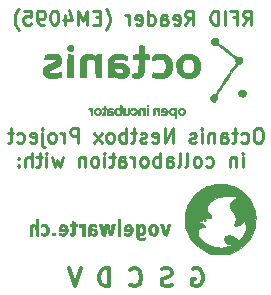
<source format=gbo>
%TF.GenerationSoftware,KiCad,Pcbnew,4.0.7*%
%TF.CreationDate,2018-06-13T14:15:53+02:00*%
%TF.ProjectId,RFID_BOARD_EM4095,524649445F424F4152445F454D343039,rev?*%
%TF.FileFunction,Legend,Bot*%
%FSLAX46Y46*%
G04 Gerber Fmt 4.6, Leading zero omitted, Abs format (unit mm)*
G04 Created by KiCad (PCBNEW 4.0.7) date 2018 June 13, Wednesday 14:15:53*
%MOMM*%
%LPD*%
G01*
G04 APERTURE LIST*
%ADD10C,0.100000*%
%ADD11C,0.250000*%
%ADD12C,0.300000*%
%ADD13C,0.010000*%
G04 APERTURE END LIST*
D10*
D11*
X166528571Y-100042857D02*
X166928571Y-99471429D01*
X167214286Y-100042857D02*
X167214286Y-98842857D01*
X166757143Y-98842857D01*
X166642857Y-98900000D01*
X166585714Y-98957143D01*
X166528571Y-99071429D01*
X166528571Y-99242857D01*
X166585714Y-99357143D01*
X166642857Y-99414286D01*
X166757143Y-99471429D01*
X167214286Y-99471429D01*
X165614286Y-99414286D02*
X166014286Y-99414286D01*
X166014286Y-100042857D02*
X166014286Y-98842857D01*
X165442857Y-98842857D01*
X164985715Y-100042857D02*
X164985715Y-98842857D01*
X164414286Y-100042857D02*
X164414286Y-98842857D01*
X164128571Y-98842857D01*
X163957143Y-98900000D01*
X163842857Y-99014286D01*
X163785714Y-99128571D01*
X163728571Y-99357143D01*
X163728571Y-99528571D01*
X163785714Y-99757143D01*
X163842857Y-99871429D01*
X163957143Y-99985714D01*
X164128571Y-100042857D01*
X164414286Y-100042857D01*
X161614285Y-100042857D02*
X162014285Y-99471429D01*
X162300000Y-100042857D02*
X162300000Y-98842857D01*
X161842857Y-98842857D01*
X161728571Y-98900000D01*
X161671428Y-98957143D01*
X161614285Y-99071429D01*
X161614285Y-99242857D01*
X161671428Y-99357143D01*
X161728571Y-99414286D01*
X161842857Y-99471429D01*
X162300000Y-99471429D01*
X160642857Y-99985714D02*
X160757143Y-100042857D01*
X160985714Y-100042857D01*
X161100000Y-99985714D01*
X161157143Y-99871429D01*
X161157143Y-99414286D01*
X161100000Y-99300000D01*
X160985714Y-99242857D01*
X160757143Y-99242857D01*
X160642857Y-99300000D01*
X160585714Y-99414286D01*
X160585714Y-99528571D01*
X161157143Y-99642857D01*
X159557143Y-100042857D02*
X159557143Y-99414286D01*
X159614286Y-99300000D01*
X159728572Y-99242857D01*
X159957143Y-99242857D01*
X160071429Y-99300000D01*
X159557143Y-99985714D02*
X159671429Y-100042857D01*
X159957143Y-100042857D01*
X160071429Y-99985714D01*
X160128572Y-99871429D01*
X160128572Y-99757143D01*
X160071429Y-99642857D01*
X159957143Y-99585714D01*
X159671429Y-99585714D01*
X159557143Y-99528571D01*
X158471429Y-100042857D02*
X158471429Y-98842857D01*
X158471429Y-99985714D02*
X158585715Y-100042857D01*
X158814286Y-100042857D01*
X158928572Y-99985714D01*
X158985715Y-99928571D01*
X159042858Y-99814286D01*
X159042858Y-99471429D01*
X158985715Y-99357143D01*
X158928572Y-99300000D01*
X158814286Y-99242857D01*
X158585715Y-99242857D01*
X158471429Y-99300000D01*
X157442858Y-99985714D02*
X157557144Y-100042857D01*
X157785715Y-100042857D01*
X157900001Y-99985714D01*
X157957144Y-99871429D01*
X157957144Y-99414286D01*
X157900001Y-99300000D01*
X157785715Y-99242857D01*
X157557144Y-99242857D01*
X157442858Y-99300000D01*
X157385715Y-99414286D01*
X157385715Y-99528571D01*
X157957144Y-99642857D01*
X156871430Y-100042857D02*
X156871430Y-99242857D01*
X156871430Y-99471429D02*
X156814287Y-99357143D01*
X156757144Y-99300000D01*
X156642858Y-99242857D01*
X156528573Y-99242857D01*
X154871430Y-100500000D02*
X154928572Y-100442857D01*
X155042858Y-100271429D01*
X155100001Y-100157143D01*
X155157144Y-99985714D01*
X155214287Y-99700000D01*
X155214287Y-99471429D01*
X155157144Y-99185714D01*
X155100001Y-99014286D01*
X155042858Y-98900000D01*
X154928572Y-98728571D01*
X154871430Y-98671429D01*
X154414287Y-99414286D02*
X154014287Y-99414286D01*
X153842858Y-100042857D02*
X154414287Y-100042857D01*
X154414287Y-98842857D01*
X153842858Y-98842857D01*
X153328573Y-100042857D02*
X153328573Y-98842857D01*
X152928573Y-99700000D01*
X152528573Y-98842857D01*
X152528573Y-100042857D01*
X151442858Y-99242857D02*
X151442858Y-100042857D01*
X151728572Y-98785714D02*
X152014287Y-99642857D01*
X151271429Y-99642857D01*
X150585715Y-98842857D02*
X150471430Y-98842857D01*
X150357144Y-98900000D01*
X150300001Y-98957143D01*
X150242858Y-99071429D01*
X150185715Y-99300000D01*
X150185715Y-99585714D01*
X150242858Y-99814286D01*
X150300001Y-99928571D01*
X150357144Y-99985714D01*
X150471430Y-100042857D01*
X150585715Y-100042857D01*
X150700001Y-99985714D01*
X150757144Y-99928571D01*
X150814287Y-99814286D01*
X150871430Y-99585714D01*
X150871430Y-99300000D01*
X150814287Y-99071429D01*
X150757144Y-98957143D01*
X150700001Y-98900000D01*
X150585715Y-98842857D01*
X149614287Y-100042857D02*
X149385715Y-100042857D01*
X149271430Y-99985714D01*
X149214287Y-99928571D01*
X149100001Y-99757143D01*
X149042858Y-99528571D01*
X149042858Y-99071429D01*
X149100001Y-98957143D01*
X149157144Y-98900000D01*
X149271430Y-98842857D01*
X149500001Y-98842857D01*
X149614287Y-98900000D01*
X149671430Y-98957143D01*
X149728573Y-99071429D01*
X149728573Y-99357143D01*
X149671430Y-99471429D01*
X149614287Y-99528571D01*
X149500001Y-99585714D01*
X149271430Y-99585714D01*
X149157144Y-99528571D01*
X149100001Y-99471429D01*
X149042858Y-99357143D01*
X147957144Y-98842857D02*
X148528573Y-98842857D01*
X148585716Y-99414286D01*
X148528573Y-99357143D01*
X148414287Y-99300000D01*
X148128573Y-99300000D01*
X148014287Y-99357143D01*
X147957144Y-99414286D01*
X147900001Y-99528571D01*
X147900001Y-99814286D01*
X147957144Y-99928571D01*
X148014287Y-99985714D01*
X148128573Y-100042857D01*
X148414287Y-100042857D01*
X148528573Y-99985714D01*
X148585716Y-99928571D01*
X147500001Y-100500000D02*
X147442859Y-100442857D01*
X147328573Y-100271429D01*
X147271430Y-100157143D01*
X147214287Y-99985714D01*
X147157144Y-99700000D01*
X147157144Y-99471429D01*
X147214287Y-99185714D01*
X147271430Y-99014286D01*
X147328573Y-98900000D01*
X147442859Y-98728571D01*
X147500001Y-98671429D01*
X167914285Y-108817857D02*
X167685714Y-108817857D01*
X167571428Y-108875000D01*
X167457142Y-108989286D01*
X167400000Y-109217857D01*
X167400000Y-109617857D01*
X167457142Y-109846429D01*
X167571428Y-109960714D01*
X167685714Y-110017857D01*
X167914285Y-110017857D01*
X168028571Y-109960714D01*
X168142857Y-109846429D01*
X168200000Y-109617857D01*
X168200000Y-109217857D01*
X168142857Y-108989286D01*
X168028571Y-108875000D01*
X167914285Y-108817857D01*
X166371428Y-109960714D02*
X166485714Y-110017857D01*
X166714285Y-110017857D01*
X166828571Y-109960714D01*
X166885714Y-109903571D01*
X166942857Y-109789286D01*
X166942857Y-109446429D01*
X166885714Y-109332143D01*
X166828571Y-109275000D01*
X166714285Y-109217857D01*
X166485714Y-109217857D01*
X166371428Y-109275000D01*
X166028571Y-109217857D02*
X165571428Y-109217857D01*
X165857143Y-108817857D02*
X165857143Y-109846429D01*
X165800000Y-109960714D01*
X165685714Y-110017857D01*
X165571428Y-110017857D01*
X164657143Y-110017857D02*
X164657143Y-109389286D01*
X164714286Y-109275000D01*
X164828572Y-109217857D01*
X165057143Y-109217857D01*
X165171429Y-109275000D01*
X164657143Y-109960714D02*
X164771429Y-110017857D01*
X165057143Y-110017857D01*
X165171429Y-109960714D01*
X165228572Y-109846429D01*
X165228572Y-109732143D01*
X165171429Y-109617857D01*
X165057143Y-109560714D01*
X164771429Y-109560714D01*
X164657143Y-109503571D01*
X164085715Y-109217857D02*
X164085715Y-110017857D01*
X164085715Y-109332143D02*
X164028572Y-109275000D01*
X163914286Y-109217857D01*
X163742858Y-109217857D01*
X163628572Y-109275000D01*
X163571429Y-109389286D01*
X163571429Y-110017857D01*
X163000001Y-110017857D02*
X163000001Y-109217857D01*
X163000001Y-108817857D02*
X163057144Y-108875000D01*
X163000001Y-108932143D01*
X162942858Y-108875000D01*
X163000001Y-108817857D01*
X163000001Y-108932143D01*
X162485715Y-109960714D02*
X162371429Y-110017857D01*
X162142857Y-110017857D01*
X162028572Y-109960714D01*
X161971429Y-109846429D01*
X161971429Y-109789286D01*
X162028572Y-109675000D01*
X162142857Y-109617857D01*
X162314286Y-109617857D01*
X162428572Y-109560714D01*
X162485715Y-109446429D01*
X162485715Y-109389286D01*
X162428572Y-109275000D01*
X162314286Y-109217857D01*
X162142857Y-109217857D01*
X162028572Y-109275000D01*
X160542857Y-110017857D02*
X160542857Y-108817857D01*
X159857142Y-110017857D01*
X159857142Y-108817857D01*
X158828571Y-109960714D02*
X158942857Y-110017857D01*
X159171428Y-110017857D01*
X159285714Y-109960714D01*
X159342857Y-109846429D01*
X159342857Y-109389286D01*
X159285714Y-109275000D01*
X159171428Y-109217857D01*
X158942857Y-109217857D01*
X158828571Y-109275000D01*
X158771428Y-109389286D01*
X158771428Y-109503571D01*
X159342857Y-109617857D01*
X158314286Y-109960714D02*
X158200000Y-110017857D01*
X157971428Y-110017857D01*
X157857143Y-109960714D01*
X157800000Y-109846429D01*
X157800000Y-109789286D01*
X157857143Y-109675000D01*
X157971428Y-109617857D01*
X158142857Y-109617857D01*
X158257143Y-109560714D01*
X158314286Y-109446429D01*
X158314286Y-109389286D01*
X158257143Y-109275000D01*
X158142857Y-109217857D01*
X157971428Y-109217857D01*
X157857143Y-109275000D01*
X157457142Y-109217857D02*
X156999999Y-109217857D01*
X157285714Y-108817857D02*
X157285714Y-109846429D01*
X157228571Y-109960714D01*
X157114285Y-110017857D01*
X156999999Y-110017857D01*
X156600000Y-110017857D02*
X156600000Y-108817857D01*
X156600000Y-109275000D02*
X156485714Y-109217857D01*
X156257143Y-109217857D01*
X156142857Y-109275000D01*
X156085714Y-109332143D01*
X156028571Y-109446429D01*
X156028571Y-109789286D01*
X156085714Y-109903571D01*
X156142857Y-109960714D01*
X156257143Y-110017857D01*
X156485714Y-110017857D01*
X156600000Y-109960714D01*
X155342857Y-110017857D02*
X155457143Y-109960714D01*
X155514286Y-109903571D01*
X155571429Y-109789286D01*
X155571429Y-109446429D01*
X155514286Y-109332143D01*
X155457143Y-109275000D01*
X155342857Y-109217857D01*
X155171429Y-109217857D01*
X155057143Y-109275000D01*
X155000000Y-109332143D01*
X154942857Y-109446429D01*
X154942857Y-109789286D01*
X155000000Y-109903571D01*
X155057143Y-109960714D01*
X155171429Y-110017857D01*
X155342857Y-110017857D01*
X154542857Y-110017857D02*
X153914286Y-109217857D01*
X154542857Y-109217857D02*
X153914286Y-110017857D01*
X152542857Y-110017857D02*
X152542857Y-108817857D01*
X152085714Y-108817857D01*
X151971428Y-108875000D01*
X151914285Y-108932143D01*
X151857142Y-109046429D01*
X151857142Y-109217857D01*
X151914285Y-109332143D01*
X151971428Y-109389286D01*
X152085714Y-109446429D01*
X152542857Y-109446429D01*
X151342857Y-110017857D02*
X151342857Y-109217857D01*
X151342857Y-109446429D02*
X151285714Y-109332143D01*
X151228571Y-109275000D01*
X151114285Y-109217857D01*
X151000000Y-109217857D01*
X150428571Y-110017857D02*
X150542857Y-109960714D01*
X150600000Y-109903571D01*
X150657143Y-109789286D01*
X150657143Y-109446429D01*
X150600000Y-109332143D01*
X150542857Y-109275000D01*
X150428571Y-109217857D01*
X150257143Y-109217857D01*
X150142857Y-109275000D01*
X150085714Y-109332143D01*
X150028571Y-109446429D01*
X150028571Y-109789286D01*
X150085714Y-109903571D01*
X150142857Y-109960714D01*
X150257143Y-110017857D01*
X150428571Y-110017857D01*
X149514286Y-109217857D02*
X149514286Y-110246429D01*
X149571429Y-110360714D01*
X149685714Y-110417857D01*
X149742857Y-110417857D01*
X149514286Y-108817857D02*
X149571429Y-108875000D01*
X149514286Y-108932143D01*
X149457143Y-108875000D01*
X149514286Y-108817857D01*
X149514286Y-108932143D01*
X148485714Y-109960714D02*
X148600000Y-110017857D01*
X148828571Y-110017857D01*
X148942857Y-109960714D01*
X149000000Y-109846429D01*
X149000000Y-109389286D01*
X148942857Y-109275000D01*
X148828571Y-109217857D01*
X148600000Y-109217857D01*
X148485714Y-109275000D01*
X148428571Y-109389286D01*
X148428571Y-109503571D01*
X149000000Y-109617857D01*
X147400000Y-109960714D02*
X147514286Y-110017857D01*
X147742857Y-110017857D01*
X147857143Y-109960714D01*
X147914286Y-109903571D01*
X147971429Y-109789286D01*
X147971429Y-109446429D01*
X147914286Y-109332143D01*
X147857143Y-109275000D01*
X147742857Y-109217857D01*
X147514286Y-109217857D01*
X147400000Y-109275000D01*
X147057143Y-109217857D02*
X146600000Y-109217857D01*
X146885715Y-108817857D02*
X146885715Y-109846429D01*
X146828572Y-109960714D01*
X146714286Y-110017857D01*
X146600000Y-110017857D01*
X166485713Y-112067857D02*
X166485713Y-111267857D01*
X166485713Y-110867857D02*
X166542856Y-110925000D01*
X166485713Y-110982143D01*
X166428570Y-110925000D01*
X166485713Y-110867857D01*
X166485713Y-110982143D01*
X165914284Y-111267857D02*
X165914284Y-112067857D01*
X165914284Y-111382143D02*
X165857141Y-111325000D01*
X165742855Y-111267857D01*
X165571427Y-111267857D01*
X165457141Y-111325000D01*
X165399998Y-111439286D01*
X165399998Y-112067857D01*
X163399998Y-112010714D02*
X163514284Y-112067857D01*
X163742855Y-112067857D01*
X163857141Y-112010714D01*
X163914284Y-111953571D01*
X163971427Y-111839286D01*
X163971427Y-111496429D01*
X163914284Y-111382143D01*
X163857141Y-111325000D01*
X163742855Y-111267857D01*
X163514284Y-111267857D01*
X163399998Y-111325000D01*
X162714284Y-112067857D02*
X162828570Y-112010714D01*
X162885713Y-111953571D01*
X162942856Y-111839286D01*
X162942856Y-111496429D01*
X162885713Y-111382143D01*
X162828570Y-111325000D01*
X162714284Y-111267857D01*
X162542856Y-111267857D01*
X162428570Y-111325000D01*
X162371427Y-111382143D01*
X162314284Y-111496429D01*
X162314284Y-111839286D01*
X162371427Y-111953571D01*
X162428570Y-112010714D01*
X162542856Y-112067857D01*
X162714284Y-112067857D01*
X161628570Y-112067857D02*
X161742856Y-112010714D01*
X161799999Y-111896429D01*
X161799999Y-110867857D01*
X160999999Y-112067857D02*
X161114285Y-112010714D01*
X161171428Y-111896429D01*
X161171428Y-110867857D01*
X160028571Y-112067857D02*
X160028571Y-111439286D01*
X160085714Y-111325000D01*
X160200000Y-111267857D01*
X160428571Y-111267857D01*
X160542857Y-111325000D01*
X160028571Y-112010714D02*
X160142857Y-112067857D01*
X160428571Y-112067857D01*
X160542857Y-112010714D01*
X160600000Y-111896429D01*
X160600000Y-111782143D01*
X160542857Y-111667857D01*
X160428571Y-111610714D01*
X160142857Y-111610714D01*
X160028571Y-111553571D01*
X159457143Y-112067857D02*
X159457143Y-110867857D01*
X159457143Y-111325000D02*
X159342857Y-111267857D01*
X159114286Y-111267857D01*
X159000000Y-111325000D01*
X158942857Y-111382143D01*
X158885714Y-111496429D01*
X158885714Y-111839286D01*
X158942857Y-111953571D01*
X159000000Y-112010714D01*
X159114286Y-112067857D01*
X159342857Y-112067857D01*
X159457143Y-112010714D01*
X158200000Y-112067857D02*
X158314286Y-112010714D01*
X158371429Y-111953571D01*
X158428572Y-111839286D01*
X158428572Y-111496429D01*
X158371429Y-111382143D01*
X158314286Y-111325000D01*
X158200000Y-111267857D01*
X158028572Y-111267857D01*
X157914286Y-111325000D01*
X157857143Y-111382143D01*
X157800000Y-111496429D01*
X157800000Y-111839286D01*
X157857143Y-111953571D01*
X157914286Y-112010714D01*
X158028572Y-112067857D01*
X158200000Y-112067857D01*
X157285715Y-112067857D02*
X157285715Y-111267857D01*
X157285715Y-111496429D02*
X157228572Y-111382143D01*
X157171429Y-111325000D01*
X157057143Y-111267857D01*
X156942858Y-111267857D01*
X156028572Y-112067857D02*
X156028572Y-111439286D01*
X156085715Y-111325000D01*
X156200001Y-111267857D01*
X156428572Y-111267857D01*
X156542858Y-111325000D01*
X156028572Y-112010714D02*
X156142858Y-112067857D01*
X156428572Y-112067857D01*
X156542858Y-112010714D01*
X156600001Y-111896429D01*
X156600001Y-111782143D01*
X156542858Y-111667857D01*
X156428572Y-111610714D01*
X156142858Y-111610714D01*
X156028572Y-111553571D01*
X155628572Y-111267857D02*
X155171429Y-111267857D01*
X155457144Y-110867857D02*
X155457144Y-111896429D01*
X155400001Y-112010714D01*
X155285715Y-112067857D01*
X155171429Y-112067857D01*
X154771430Y-112067857D02*
X154771430Y-111267857D01*
X154771430Y-110867857D02*
X154828573Y-110925000D01*
X154771430Y-110982143D01*
X154714287Y-110925000D01*
X154771430Y-110867857D01*
X154771430Y-110982143D01*
X154028572Y-112067857D02*
X154142858Y-112010714D01*
X154200001Y-111953571D01*
X154257144Y-111839286D01*
X154257144Y-111496429D01*
X154200001Y-111382143D01*
X154142858Y-111325000D01*
X154028572Y-111267857D01*
X153857144Y-111267857D01*
X153742858Y-111325000D01*
X153685715Y-111382143D01*
X153628572Y-111496429D01*
X153628572Y-111839286D01*
X153685715Y-111953571D01*
X153742858Y-112010714D01*
X153857144Y-112067857D01*
X154028572Y-112067857D01*
X153114287Y-111267857D02*
X153114287Y-112067857D01*
X153114287Y-111382143D02*
X153057144Y-111325000D01*
X152942858Y-111267857D01*
X152771430Y-111267857D01*
X152657144Y-111325000D01*
X152600001Y-111439286D01*
X152600001Y-112067857D01*
X151228572Y-111267857D02*
X151000001Y-112067857D01*
X150771430Y-111496429D01*
X150542858Y-112067857D01*
X150314287Y-111267857D01*
X149857144Y-112067857D02*
X149857144Y-111267857D01*
X149857144Y-110867857D02*
X149914287Y-110925000D01*
X149857144Y-110982143D01*
X149800001Y-110925000D01*
X149857144Y-110867857D01*
X149857144Y-110982143D01*
X149457143Y-111267857D02*
X149000000Y-111267857D01*
X149285715Y-110867857D02*
X149285715Y-111896429D01*
X149228572Y-112010714D01*
X149114286Y-112067857D01*
X149000000Y-112067857D01*
X148600001Y-112067857D02*
X148600001Y-110867857D01*
X148085715Y-112067857D02*
X148085715Y-111439286D01*
X148142858Y-111325000D01*
X148257144Y-111267857D01*
X148428572Y-111267857D01*
X148542858Y-111325000D01*
X148600001Y-111382143D01*
X147514287Y-111953571D02*
X147457144Y-112010714D01*
X147514287Y-112067857D01*
X147571430Y-112010714D01*
X147514287Y-111953571D01*
X147514287Y-112067857D01*
X147514287Y-111325000D02*
X147457144Y-111382143D01*
X147514287Y-111439286D01*
X147571430Y-111382143D01*
X147514287Y-111325000D01*
X147514287Y-111439286D01*
D12*
X162249999Y-120750000D02*
X162392856Y-120678571D01*
X162607142Y-120678571D01*
X162821427Y-120750000D01*
X162964285Y-120892857D01*
X163035713Y-121035714D01*
X163107142Y-121321429D01*
X163107142Y-121535714D01*
X163035713Y-121821429D01*
X162964285Y-121964286D01*
X162821427Y-122107143D01*
X162607142Y-122178571D01*
X162464285Y-122178571D01*
X162249999Y-122107143D01*
X162178570Y-122035714D01*
X162178570Y-121535714D01*
X162464285Y-121535714D01*
X160464285Y-122107143D02*
X160249999Y-122178571D01*
X159892856Y-122178571D01*
X159749999Y-122107143D01*
X159678570Y-122035714D01*
X159607142Y-121892857D01*
X159607142Y-121750000D01*
X159678570Y-121607143D01*
X159749999Y-121535714D01*
X159892856Y-121464286D01*
X160178570Y-121392857D01*
X160321428Y-121321429D01*
X160392856Y-121250000D01*
X160464285Y-121107143D01*
X160464285Y-120964286D01*
X160392856Y-120821429D01*
X160321428Y-120750000D01*
X160178570Y-120678571D01*
X159821428Y-120678571D01*
X159607142Y-120750000D01*
X156964285Y-122035714D02*
X157035714Y-122107143D01*
X157250000Y-122178571D01*
X157392857Y-122178571D01*
X157607142Y-122107143D01*
X157750000Y-121964286D01*
X157821428Y-121821429D01*
X157892857Y-121535714D01*
X157892857Y-121321429D01*
X157821428Y-121035714D01*
X157750000Y-120892857D01*
X157607142Y-120750000D01*
X157392857Y-120678571D01*
X157250000Y-120678571D01*
X157035714Y-120750000D01*
X156964285Y-120821429D01*
X155178571Y-122178571D02*
X155178571Y-120678571D01*
X154821428Y-120678571D01*
X154607143Y-120750000D01*
X154464285Y-120892857D01*
X154392857Y-121035714D01*
X154321428Y-121321429D01*
X154321428Y-121535714D01*
X154392857Y-121821429D01*
X154464285Y-121964286D01*
X154607143Y-122107143D01*
X154821428Y-122178571D01*
X155178571Y-122178571D01*
X152750000Y-120678571D02*
X152250000Y-122178571D01*
X151750000Y-120678571D01*
D13*
G36*
X164451600Y-113508216D02*
X164159078Y-113532339D01*
X163884474Y-113580653D01*
X163620627Y-113654592D01*
X163496028Y-113699479D01*
X163207417Y-113828560D01*
X162936251Y-113985458D01*
X162684338Y-114168287D01*
X162453489Y-114375159D01*
X162245513Y-114604190D01*
X162062218Y-114853491D01*
X161905415Y-115121176D01*
X161776912Y-115405359D01*
X161726717Y-115544356D01*
X161682236Y-115682772D01*
X161647767Y-115803644D01*
X161622082Y-115915030D01*
X161603953Y-116024987D01*
X161592150Y-116141573D01*
X161585445Y-116272845D01*
X161582609Y-116426861D01*
X161582294Y-116491533D01*
X161582369Y-116623859D01*
X161583565Y-116728975D01*
X161586315Y-116813532D01*
X161591054Y-116884179D01*
X161598217Y-116947568D01*
X161608239Y-117010347D01*
X161620283Y-117072918D01*
X161700315Y-117385777D01*
X161809733Y-117683200D01*
X161947068Y-117963715D01*
X162110854Y-118225850D01*
X162299623Y-118468134D01*
X162511906Y-118689094D01*
X162746235Y-118887259D01*
X163001144Y-119061156D01*
X163275164Y-119209315D01*
X163566826Y-119330263D01*
X163874665Y-119422528D01*
X163989358Y-119448478D01*
X164072002Y-119461491D01*
X164180500Y-119472555D01*
X164306884Y-119481412D01*
X164443183Y-119487804D01*
X164581428Y-119491472D01*
X164713650Y-119492157D01*
X164831877Y-119489601D01*
X164928142Y-119483544D01*
X164959600Y-119479964D01*
X165269802Y-119421057D01*
X165568977Y-119331083D01*
X165855136Y-119211614D01*
X166126292Y-119064222D01*
X166380456Y-118890478D01*
X166615639Y-118691954D01*
X166829855Y-118470222D01*
X167021113Y-118226854D01*
X167187427Y-117963420D01*
X167326808Y-117681494D01*
X167370654Y-117574105D01*
X167463906Y-117286566D01*
X167479837Y-117211199D01*
X166771467Y-117211199D01*
X166754708Y-117397124D01*
X166704936Y-117578749D01*
X166622910Y-117754315D01*
X166509388Y-117922068D01*
X166420210Y-118024882D01*
X166354946Y-118090759D01*
X166287204Y-118154196D01*
X166226016Y-118206979D01*
X166188850Y-118235328D01*
X166097081Y-118298532D01*
X165964374Y-118165233D01*
X165842560Y-118055904D01*
X165721789Y-117975506D01*
X165595321Y-117920010D01*
X165516824Y-117897673D01*
X165383435Y-117877038D01*
X165254531Y-117877392D01*
X165137345Y-117897918D01*
X165039110Y-117937799D01*
X165012700Y-117954628D01*
X164962951Y-118006015D01*
X164921877Y-118077062D01*
X164896555Y-118153601D01*
X164891867Y-118196550D01*
X164905154Y-118288074D01*
X164940854Y-118379428D01*
X164992721Y-118454945D01*
X164996418Y-118458844D01*
X165075160Y-118518418D01*
X165179870Y-118564388D01*
X165304928Y-118595363D01*
X165444714Y-118609956D01*
X165593608Y-118606777D01*
X165594600Y-118606695D01*
X165655950Y-118602594D01*
X165700443Y-118601593D01*
X165720811Y-118603781D01*
X165721054Y-118605162D01*
X165698517Y-118618804D01*
X165650786Y-118641214D01*
X165584542Y-118669714D01*
X165506464Y-118701626D01*
X165423234Y-118734272D01*
X165341531Y-118764974D01*
X165268034Y-118791052D01*
X165213600Y-118808604D01*
X165031943Y-118857430D01*
X164866442Y-118889695D01*
X164706397Y-118906279D01*
X164541104Y-118908067D01*
X164359863Y-118895939D01*
X164271155Y-118886284D01*
X164053857Y-118849104D01*
X163839356Y-118790894D01*
X163631551Y-118713932D01*
X163434338Y-118620501D01*
X163251612Y-118512880D01*
X163087272Y-118393351D01*
X162945213Y-118264194D01*
X162829333Y-118127689D01*
X162747709Y-117994619D01*
X162717492Y-117932274D01*
X162698332Y-117884123D01*
X162687719Y-117838653D01*
X162683138Y-117784350D01*
X162682078Y-117709699D01*
X162682067Y-117693799D01*
X162683079Y-117611748D01*
X162687391Y-117552853D01*
X162696913Y-117506433D01*
X162713554Y-117461805D01*
X162729710Y-117427445D01*
X162799726Y-117321486D01*
X162893106Y-117239144D01*
X163007645Y-117181827D01*
X163141142Y-117150939D01*
X163166993Y-117148297D01*
X163224719Y-117142546D01*
X163266316Y-117136664D01*
X163283162Y-117131882D01*
X163283200Y-117131703D01*
X163274768Y-117108421D01*
X163253528Y-117067728D01*
X163225567Y-117020322D01*
X163196970Y-116976899D01*
X163188735Y-116965666D01*
X163116649Y-116896512D01*
X163017270Y-116839704D01*
X162895572Y-116797297D01*
X162756529Y-116771348D01*
X162707467Y-116766731D01*
X162685411Y-116763675D01*
X162681565Y-116757536D01*
X162699213Y-116746369D01*
X162741639Y-116728229D01*
X162812126Y-116701170D01*
X162828501Y-116695032D01*
X162909321Y-116663834D01*
X162964459Y-116639373D01*
X163000415Y-116617827D01*
X163023685Y-116595377D01*
X163039201Y-116571152D01*
X163097260Y-116493360D01*
X163174704Y-116431739D01*
X163253345Y-116397224D01*
X163293697Y-116388996D01*
X163341365Y-116385394D01*
X163402449Y-116386601D01*
X163483049Y-116392798D01*
X163589262Y-116404168D01*
X163624650Y-116408331D01*
X163681147Y-116413500D01*
X163716615Y-116410131D01*
X163743411Y-116395363D01*
X163764350Y-116375989D01*
X163796838Y-116330820D01*
X163807909Y-116274730D01*
X163808134Y-116262281D01*
X163806675Y-116232189D01*
X163799688Y-116205782D01*
X163783255Y-116177478D01*
X163753458Y-116141699D01*
X163706380Y-116092862D01*
X163650081Y-116037144D01*
X163584169Y-115971538D01*
X163537868Y-115921975D01*
X163506116Y-115881299D01*
X163483851Y-115842354D01*
X163466010Y-115797985D01*
X163453046Y-115758612D01*
X163425688Y-115631254D01*
X163427272Y-115509756D01*
X163458744Y-115391004D01*
X163521051Y-115271887D01*
X163615140Y-115149294D01*
X163650199Y-115110850D01*
X163805445Y-114969743D01*
X163988098Y-114845517D01*
X164195454Y-114739546D01*
X164424812Y-114653208D01*
X164673468Y-114587877D01*
X164680200Y-114586464D01*
X164931558Y-114543987D01*
X165182202Y-114522490D01*
X165438515Y-114522026D01*
X165706878Y-114542649D01*
X165993674Y-114584412D01*
X166068733Y-114598111D01*
X166305800Y-114642978D01*
X166162097Y-114673991D01*
X165957303Y-114727496D01*
X165784185Y-114792828D01*
X165642652Y-114870072D01*
X165532615Y-114959313D01*
X165453982Y-115060640D01*
X165406664Y-115174138D01*
X165390569Y-115299892D01*
X165398774Y-115401313D01*
X165433764Y-115530457D01*
X165498296Y-115669821D01*
X165590787Y-115816273D01*
X165645397Y-115889118D01*
X165712804Y-115977325D01*
X165762066Y-116049489D01*
X165798099Y-116114371D01*
X165825821Y-116180730D01*
X165848148Y-116250406D01*
X165876597Y-116407748D01*
X165873876Y-116573040D01*
X165840399Y-116742004D01*
X165786353Y-116889166D01*
X165761267Y-116946868D01*
X165749521Y-116981979D01*
X165749904Y-117002490D01*
X165761204Y-117016391D01*
X165766449Y-117020399D01*
X165800141Y-117032154D01*
X165858365Y-117039711D01*
X165918935Y-117041866D01*
X166063181Y-117026334D01*
X166194601Y-116981439D01*
X166309724Y-116909735D01*
X166405080Y-116813774D01*
X166477200Y-116696109D01*
X166510790Y-116606417D01*
X166537684Y-116513904D01*
X166579986Y-116576157D01*
X166652204Y-116705152D01*
X166710375Y-116854524D01*
X166750934Y-117012449D01*
X166770315Y-117167099D01*
X166771467Y-117211199D01*
X167479837Y-117211199D01*
X167527200Y-116987141D01*
X167560197Y-116680369D01*
X167562559Y-116370787D01*
X167533945Y-116062932D01*
X167498381Y-115865000D01*
X167416540Y-115562893D01*
X167305448Y-115275553D01*
X167166995Y-115004444D01*
X167003074Y-114751030D01*
X166815577Y-114516773D01*
X166606396Y-114303138D01*
X166377423Y-114111587D01*
X166130550Y-113943586D01*
X165867670Y-113800596D01*
X165590674Y-113684082D01*
X165301454Y-113595508D01*
X165001902Y-113536336D01*
X164693911Y-113508031D01*
X164451600Y-113508216D01*
X164451600Y-113508216D01*
G37*
X164451600Y-113508216D02*
X164159078Y-113532339D01*
X163884474Y-113580653D01*
X163620627Y-113654592D01*
X163496028Y-113699479D01*
X163207417Y-113828560D01*
X162936251Y-113985458D01*
X162684338Y-114168287D01*
X162453489Y-114375159D01*
X162245513Y-114604190D01*
X162062218Y-114853491D01*
X161905415Y-115121176D01*
X161776912Y-115405359D01*
X161726717Y-115544356D01*
X161682236Y-115682772D01*
X161647767Y-115803644D01*
X161622082Y-115915030D01*
X161603953Y-116024987D01*
X161592150Y-116141573D01*
X161585445Y-116272845D01*
X161582609Y-116426861D01*
X161582294Y-116491533D01*
X161582369Y-116623859D01*
X161583565Y-116728975D01*
X161586315Y-116813532D01*
X161591054Y-116884179D01*
X161598217Y-116947568D01*
X161608239Y-117010347D01*
X161620283Y-117072918D01*
X161700315Y-117385777D01*
X161809733Y-117683200D01*
X161947068Y-117963715D01*
X162110854Y-118225850D01*
X162299623Y-118468134D01*
X162511906Y-118689094D01*
X162746235Y-118887259D01*
X163001144Y-119061156D01*
X163275164Y-119209315D01*
X163566826Y-119330263D01*
X163874665Y-119422528D01*
X163989358Y-119448478D01*
X164072002Y-119461491D01*
X164180500Y-119472555D01*
X164306884Y-119481412D01*
X164443183Y-119487804D01*
X164581428Y-119491472D01*
X164713650Y-119492157D01*
X164831877Y-119489601D01*
X164928142Y-119483544D01*
X164959600Y-119479964D01*
X165269802Y-119421057D01*
X165568977Y-119331083D01*
X165855136Y-119211614D01*
X166126292Y-119064222D01*
X166380456Y-118890478D01*
X166615639Y-118691954D01*
X166829855Y-118470222D01*
X167021113Y-118226854D01*
X167187427Y-117963420D01*
X167326808Y-117681494D01*
X167370654Y-117574105D01*
X167463906Y-117286566D01*
X167479837Y-117211199D01*
X166771467Y-117211199D01*
X166754708Y-117397124D01*
X166704936Y-117578749D01*
X166622910Y-117754315D01*
X166509388Y-117922068D01*
X166420210Y-118024882D01*
X166354946Y-118090759D01*
X166287204Y-118154196D01*
X166226016Y-118206979D01*
X166188850Y-118235328D01*
X166097081Y-118298532D01*
X165964374Y-118165233D01*
X165842560Y-118055904D01*
X165721789Y-117975506D01*
X165595321Y-117920010D01*
X165516824Y-117897673D01*
X165383435Y-117877038D01*
X165254531Y-117877392D01*
X165137345Y-117897918D01*
X165039110Y-117937799D01*
X165012700Y-117954628D01*
X164962951Y-118006015D01*
X164921877Y-118077062D01*
X164896555Y-118153601D01*
X164891867Y-118196550D01*
X164905154Y-118288074D01*
X164940854Y-118379428D01*
X164992721Y-118454945D01*
X164996418Y-118458844D01*
X165075160Y-118518418D01*
X165179870Y-118564388D01*
X165304928Y-118595363D01*
X165444714Y-118609956D01*
X165593608Y-118606777D01*
X165594600Y-118606695D01*
X165655950Y-118602594D01*
X165700443Y-118601593D01*
X165720811Y-118603781D01*
X165721054Y-118605162D01*
X165698517Y-118618804D01*
X165650786Y-118641214D01*
X165584542Y-118669714D01*
X165506464Y-118701626D01*
X165423234Y-118734272D01*
X165341531Y-118764974D01*
X165268034Y-118791052D01*
X165213600Y-118808604D01*
X165031943Y-118857430D01*
X164866442Y-118889695D01*
X164706397Y-118906279D01*
X164541104Y-118908067D01*
X164359863Y-118895939D01*
X164271155Y-118886284D01*
X164053857Y-118849104D01*
X163839356Y-118790894D01*
X163631551Y-118713932D01*
X163434338Y-118620501D01*
X163251612Y-118512880D01*
X163087272Y-118393351D01*
X162945213Y-118264194D01*
X162829333Y-118127689D01*
X162747709Y-117994619D01*
X162717492Y-117932274D01*
X162698332Y-117884123D01*
X162687719Y-117838653D01*
X162683138Y-117784350D01*
X162682078Y-117709699D01*
X162682067Y-117693799D01*
X162683079Y-117611748D01*
X162687391Y-117552853D01*
X162696913Y-117506433D01*
X162713554Y-117461805D01*
X162729710Y-117427445D01*
X162799726Y-117321486D01*
X162893106Y-117239144D01*
X163007645Y-117181827D01*
X163141142Y-117150939D01*
X163166993Y-117148297D01*
X163224719Y-117142546D01*
X163266316Y-117136664D01*
X163283162Y-117131882D01*
X163283200Y-117131703D01*
X163274768Y-117108421D01*
X163253528Y-117067728D01*
X163225567Y-117020322D01*
X163196970Y-116976899D01*
X163188735Y-116965666D01*
X163116649Y-116896512D01*
X163017270Y-116839704D01*
X162895572Y-116797297D01*
X162756529Y-116771348D01*
X162707467Y-116766731D01*
X162685411Y-116763675D01*
X162681565Y-116757536D01*
X162699213Y-116746369D01*
X162741639Y-116728229D01*
X162812126Y-116701170D01*
X162828501Y-116695032D01*
X162909321Y-116663834D01*
X162964459Y-116639373D01*
X163000415Y-116617827D01*
X163023685Y-116595377D01*
X163039201Y-116571152D01*
X163097260Y-116493360D01*
X163174704Y-116431739D01*
X163253345Y-116397224D01*
X163293697Y-116388996D01*
X163341365Y-116385394D01*
X163402449Y-116386601D01*
X163483049Y-116392798D01*
X163589262Y-116404168D01*
X163624650Y-116408331D01*
X163681147Y-116413500D01*
X163716615Y-116410131D01*
X163743411Y-116395363D01*
X163764350Y-116375989D01*
X163796838Y-116330820D01*
X163807909Y-116274730D01*
X163808134Y-116262281D01*
X163806675Y-116232189D01*
X163799688Y-116205782D01*
X163783255Y-116177478D01*
X163753458Y-116141699D01*
X163706380Y-116092862D01*
X163650081Y-116037144D01*
X163584169Y-115971538D01*
X163537868Y-115921975D01*
X163506116Y-115881299D01*
X163483851Y-115842354D01*
X163466010Y-115797985D01*
X163453046Y-115758612D01*
X163425688Y-115631254D01*
X163427272Y-115509756D01*
X163458744Y-115391004D01*
X163521051Y-115271887D01*
X163615140Y-115149294D01*
X163650199Y-115110850D01*
X163805445Y-114969743D01*
X163988098Y-114845517D01*
X164195454Y-114739546D01*
X164424812Y-114653208D01*
X164673468Y-114587877D01*
X164680200Y-114586464D01*
X164931558Y-114543987D01*
X165182202Y-114522490D01*
X165438515Y-114522026D01*
X165706878Y-114542649D01*
X165993674Y-114584412D01*
X166068733Y-114598111D01*
X166305800Y-114642978D01*
X166162097Y-114673991D01*
X165957303Y-114727496D01*
X165784185Y-114792828D01*
X165642652Y-114870072D01*
X165532615Y-114959313D01*
X165453982Y-115060640D01*
X165406664Y-115174138D01*
X165390569Y-115299892D01*
X165398774Y-115401313D01*
X165433764Y-115530457D01*
X165498296Y-115669821D01*
X165590787Y-115816273D01*
X165645397Y-115889118D01*
X165712804Y-115977325D01*
X165762066Y-116049489D01*
X165798099Y-116114371D01*
X165825821Y-116180730D01*
X165848148Y-116250406D01*
X165876597Y-116407748D01*
X165873876Y-116573040D01*
X165840399Y-116742004D01*
X165786353Y-116889166D01*
X165761267Y-116946868D01*
X165749521Y-116981979D01*
X165749904Y-117002490D01*
X165761204Y-117016391D01*
X165766449Y-117020399D01*
X165800141Y-117032154D01*
X165858365Y-117039711D01*
X165918935Y-117041866D01*
X166063181Y-117026334D01*
X166194601Y-116981439D01*
X166309724Y-116909735D01*
X166405080Y-116813774D01*
X166477200Y-116696109D01*
X166510790Y-116606417D01*
X166537684Y-116513904D01*
X166579986Y-116576157D01*
X166652204Y-116705152D01*
X166710375Y-116854524D01*
X166750934Y-117012449D01*
X166770315Y-117167099D01*
X166771467Y-117211199D01*
X167479837Y-117211199D01*
X167527200Y-116987141D01*
X167560197Y-116680369D01*
X167562559Y-116370787D01*
X167533945Y-116062932D01*
X167498381Y-115865000D01*
X167416540Y-115562893D01*
X167305448Y-115275553D01*
X167166995Y-115004444D01*
X167003074Y-114751030D01*
X166815577Y-114516773D01*
X166606396Y-114303138D01*
X166377423Y-114111587D01*
X166130550Y-113943586D01*
X165867670Y-113800596D01*
X165590674Y-113684082D01*
X165301454Y-113595508D01*
X165001902Y-113536336D01*
X164693911Y-113508031D01*
X164451600Y-113508216D01*
G36*
X157820986Y-116931690D02*
X157743189Y-116962397D01*
X157687361Y-117018530D01*
X157677205Y-117035772D01*
X157652867Y-117081635D01*
X157635933Y-116931799D01*
X157432733Y-116931799D01*
X157433487Y-117431333D01*
X157434197Y-117594288D01*
X157436188Y-117727378D01*
X157440066Y-117834598D01*
X157446433Y-117919943D01*
X157455896Y-117987406D01*
X157469057Y-118040983D01*
X157486521Y-118084668D01*
X157508893Y-118122457D01*
X157536777Y-118158344D01*
X157544890Y-118167726D01*
X157615775Y-118224551D01*
X157710366Y-118264468D01*
X157822227Y-118286012D01*
X157944923Y-118287717D01*
X158027270Y-118277523D01*
X158109119Y-118261201D01*
X158162265Y-118243570D01*
X158191608Y-118219077D01*
X158202044Y-118182163D01*
X158198471Y-118127273D01*
X158192709Y-118089825D01*
X158182590Y-118028650D01*
X158095529Y-118062375D01*
X158006239Y-118087181D01*
X157913617Y-118096469D01*
X157829046Y-118089959D01*
X157769266Y-118070383D01*
X157719100Y-118025669D01*
X157682880Y-117955872D01*
X157663644Y-117867971D01*
X157661333Y-117822449D01*
X157661333Y-117740117D01*
X157724833Y-117803329D01*
X157800127Y-117857213D01*
X157883272Y-117881110D01*
X157968967Y-117876241D01*
X158051910Y-117843827D01*
X158126800Y-117785089D01*
X158188335Y-117701248D01*
X158191243Y-117695903D01*
X158207246Y-117662141D01*
X158217960Y-117626717D01*
X158224407Y-117581936D01*
X158227607Y-117520101D01*
X158228582Y-117433519D01*
X158228600Y-117414399D01*
X158228397Y-117383641D01*
X157999104Y-117383641D01*
X157996449Y-117474551D01*
X157986483Y-117552726D01*
X157981873Y-117572132D01*
X157961556Y-117623520D01*
X157935146Y-117665197D01*
X157931167Y-117669499D01*
X157882971Y-117696001D01*
X157822440Y-117700252D01*
X157762731Y-117682296D01*
X157741938Y-117668839D01*
X157706188Y-117622315D01*
X157680018Y-117551675D01*
X157664663Y-117465626D01*
X157661363Y-117372875D01*
X157671354Y-117282130D01*
X157681248Y-117241794D01*
X157710464Y-117181724D01*
X157754879Y-117131433D01*
X157805459Y-117099507D01*
X157838149Y-117092666D01*
X157891476Y-117108003D01*
X157940430Y-117148344D01*
X157975721Y-117205187D01*
X157982389Y-117224670D01*
X157994425Y-117295260D01*
X157999104Y-117383641D01*
X158228397Y-117383641D01*
X158227997Y-117323168D01*
X158225370Y-117257321D01*
X158219490Y-117208388D01*
X158209131Y-117167895D01*
X158193063Y-117127371D01*
X158184207Y-117108067D01*
X158134406Y-117023651D01*
X158074654Y-116968197D01*
X157998056Y-116936941D01*
X157921155Y-116926228D01*
X157820986Y-116931690D01*
X157820986Y-116931690D01*
G37*
X157820986Y-116931690D02*
X157743189Y-116962397D01*
X157687361Y-117018530D01*
X157677205Y-117035772D01*
X157652867Y-117081635D01*
X157635933Y-116931799D01*
X157432733Y-116931799D01*
X157433487Y-117431333D01*
X157434197Y-117594288D01*
X157436188Y-117727378D01*
X157440066Y-117834598D01*
X157446433Y-117919943D01*
X157455896Y-117987406D01*
X157469057Y-118040983D01*
X157486521Y-118084668D01*
X157508893Y-118122457D01*
X157536777Y-118158344D01*
X157544890Y-118167726D01*
X157615775Y-118224551D01*
X157710366Y-118264468D01*
X157822227Y-118286012D01*
X157944923Y-118287717D01*
X158027270Y-118277523D01*
X158109119Y-118261201D01*
X158162265Y-118243570D01*
X158191608Y-118219077D01*
X158202044Y-118182163D01*
X158198471Y-118127273D01*
X158192709Y-118089825D01*
X158182590Y-118028650D01*
X158095529Y-118062375D01*
X158006239Y-118087181D01*
X157913617Y-118096469D01*
X157829046Y-118089959D01*
X157769266Y-118070383D01*
X157719100Y-118025669D01*
X157682880Y-117955872D01*
X157663644Y-117867971D01*
X157661333Y-117822449D01*
X157661333Y-117740117D01*
X157724833Y-117803329D01*
X157800127Y-117857213D01*
X157883272Y-117881110D01*
X157968967Y-117876241D01*
X158051910Y-117843827D01*
X158126800Y-117785089D01*
X158188335Y-117701248D01*
X158191243Y-117695903D01*
X158207246Y-117662141D01*
X158217960Y-117626717D01*
X158224407Y-117581936D01*
X158227607Y-117520101D01*
X158228582Y-117433519D01*
X158228600Y-117414399D01*
X158228397Y-117383641D01*
X157999104Y-117383641D01*
X157996449Y-117474551D01*
X157986483Y-117552726D01*
X157981873Y-117572132D01*
X157961556Y-117623520D01*
X157935146Y-117665197D01*
X157931167Y-117669499D01*
X157882971Y-117696001D01*
X157822440Y-117700252D01*
X157762731Y-117682296D01*
X157741938Y-117668839D01*
X157706188Y-117622315D01*
X157680018Y-117551675D01*
X157664663Y-117465626D01*
X157661363Y-117372875D01*
X157671354Y-117282130D01*
X157681248Y-117241794D01*
X157710464Y-117181724D01*
X157754879Y-117131433D01*
X157805459Y-117099507D01*
X157838149Y-117092666D01*
X157891476Y-117108003D01*
X157940430Y-117148344D01*
X157975721Y-117205187D01*
X157982389Y-117224670D01*
X157994425Y-117295260D01*
X157999104Y-117383641D01*
X158228397Y-117383641D01*
X158227997Y-117323168D01*
X158225370Y-117257321D01*
X158219490Y-117208388D01*
X158209131Y-117167895D01*
X158193063Y-117127371D01*
X158184207Y-117108067D01*
X158134406Y-117023651D01*
X158074654Y-116968197D01*
X157998056Y-116936941D01*
X157921155Y-116926228D01*
X157820986Y-116931690D01*
G36*
X158835828Y-116926859D02*
X158754385Y-116941677D01*
X158731823Y-116949631D01*
X158640595Y-117005376D01*
X158569063Y-117086455D01*
X158518564Y-117189745D01*
X158490439Y-117312118D01*
X158486026Y-117450451D01*
X158491357Y-117510850D01*
X158517957Y-117629185D01*
X158565165Y-117729500D01*
X158629994Y-117807923D01*
X158709459Y-117860583D01*
X158776699Y-117880815D01*
X158849298Y-117891879D01*
X158899971Y-117896917D01*
X158940050Y-117896301D01*
X158980866Y-117890404D01*
X158993540Y-117887943D01*
X159102614Y-117852770D01*
X159188459Y-117794844D01*
X159251992Y-117712953D01*
X159294131Y-117605883D01*
X159315796Y-117472420D01*
X159316643Y-117460990D01*
X159315988Y-117414399D01*
X159073290Y-117414399D01*
X159068872Y-117518915D01*
X159054921Y-117596328D01*
X159028187Y-117652813D01*
X158985416Y-117694549D01*
X158923356Y-117727710D01*
X158904227Y-117735470D01*
X158888996Y-117731033D01*
X158854477Y-117719384D01*
X158852559Y-117718716D01*
X158798734Y-117684276D01*
X158760839Y-117623127D01*
X158738072Y-117533629D01*
X158731728Y-117472075D01*
X158730505Y-117338234D01*
X158745765Y-117233102D01*
X158777387Y-117156959D01*
X158825251Y-117110088D01*
X158889234Y-117092767D01*
X158895204Y-117092666D01*
X158961620Y-117102945D01*
X159011335Y-117135341D01*
X159045645Y-117192195D01*
X159065846Y-117275848D01*
X159073233Y-117388639D01*
X159073290Y-117414399D01*
X159315988Y-117414399D01*
X159314681Y-117321544D01*
X159289766Y-117197799D01*
X159243405Y-117093170D01*
X159177108Y-117011073D01*
X159093398Y-116955384D01*
X159019875Y-116933944D01*
X158929171Y-116924358D01*
X158835828Y-116926859D01*
X158835828Y-116926859D01*
G37*
X158835828Y-116926859D02*
X158754385Y-116941677D01*
X158731823Y-116949631D01*
X158640595Y-117005376D01*
X158569063Y-117086455D01*
X158518564Y-117189745D01*
X158490439Y-117312118D01*
X158486026Y-117450451D01*
X158491357Y-117510850D01*
X158517957Y-117629185D01*
X158565165Y-117729500D01*
X158629994Y-117807923D01*
X158709459Y-117860583D01*
X158776699Y-117880815D01*
X158849298Y-117891879D01*
X158899971Y-117896917D01*
X158940050Y-117896301D01*
X158980866Y-117890404D01*
X158993540Y-117887943D01*
X159102614Y-117852770D01*
X159188459Y-117794844D01*
X159251992Y-117712953D01*
X159294131Y-117605883D01*
X159315796Y-117472420D01*
X159316643Y-117460990D01*
X159315988Y-117414399D01*
X159073290Y-117414399D01*
X159068872Y-117518915D01*
X159054921Y-117596328D01*
X159028187Y-117652813D01*
X158985416Y-117694549D01*
X158923356Y-117727710D01*
X158904227Y-117735470D01*
X158888996Y-117731033D01*
X158854477Y-117719384D01*
X158852559Y-117718716D01*
X158798734Y-117684276D01*
X158760839Y-117623127D01*
X158738072Y-117533629D01*
X158731728Y-117472075D01*
X158730505Y-117338234D01*
X158745765Y-117233102D01*
X158777387Y-117156959D01*
X158825251Y-117110088D01*
X158889234Y-117092767D01*
X158895204Y-117092666D01*
X158961620Y-117102945D01*
X159011335Y-117135341D01*
X159045645Y-117192195D01*
X159065846Y-117275848D01*
X159073233Y-117388639D01*
X159073290Y-117414399D01*
X159315988Y-117414399D01*
X159314681Y-117321544D01*
X159289766Y-117197799D01*
X159243405Y-117093170D01*
X159177108Y-117011073D01*
X159093398Y-116955384D01*
X159019875Y-116933944D01*
X158929171Y-116924358D01*
X158835828Y-116926859D01*
G36*
X156663330Y-116936569D02*
X156572324Y-116974206D01*
X156501717Y-117033137D01*
X156484094Y-117056618D01*
X156448966Y-117126506D01*
X156419154Y-117215866D01*
X156398625Y-117310332D01*
X156391333Y-117392557D01*
X156391333Y-117465199D01*
X156933200Y-117465199D01*
X156933200Y-117516840D01*
X156918936Y-117590881D01*
X156880541Y-117654822D01*
X156832154Y-117693513D01*
X156769041Y-117712719D01*
X156689020Y-117718901D01*
X156606326Y-117712335D01*
X156535197Y-117693298D01*
X156522574Y-117687495D01*
X156481904Y-117669769D01*
X156455153Y-117663662D01*
X156451260Y-117664917D01*
X156445862Y-117685877D01*
X156442587Y-117728601D01*
X156442133Y-117753834D01*
X156444447Y-117803997D01*
X156454958Y-117831805D01*
X156479024Y-117848647D01*
X156488700Y-117852858D01*
X156523493Y-117863608D01*
X156576467Y-117876223D01*
X156636562Y-117888534D01*
X156692714Y-117898371D01*
X156733863Y-117903565D01*
X156746933Y-117903513D01*
X156767359Y-117899423D01*
X156808436Y-117891271D01*
X156826073Y-117887781D01*
X156918984Y-117860036D01*
X156995693Y-117813394D01*
X157056328Y-117755122D01*
X157107668Y-117684665D01*
X157140498Y-117604037D01*
X157157077Y-117505643D01*
X157160124Y-117405933D01*
X157146937Y-117268792D01*
X156933200Y-117268792D01*
X156933200Y-117312799D01*
X156623996Y-117312799D01*
X156632999Y-117232925D01*
X156651926Y-117165150D01*
X156688159Y-117111895D01*
X156735391Y-117080723D01*
X156764014Y-117075733D01*
X156827903Y-117091345D01*
X156881668Y-117133306D01*
X156918901Y-117194303D01*
X156933192Y-117267021D01*
X156933200Y-117268792D01*
X157146937Y-117268792D01*
X157146385Y-117263062D01*
X157108685Y-117143905D01*
X157046896Y-117048112D01*
X157016257Y-117017027D01*
X156953749Y-116966820D01*
X156895669Y-116938023D01*
X156828101Y-116925382D01*
X156768111Y-116923333D01*
X156663330Y-116936569D01*
X156663330Y-116936569D01*
G37*
X156663330Y-116936569D02*
X156572324Y-116974206D01*
X156501717Y-117033137D01*
X156484094Y-117056618D01*
X156448966Y-117126506D01*
X156419154Y-117215866D01*
X156398625Y-117310332D01*
X156391333Y-117392557D01*
X156391333Y-117465199D01*
X156933200Y-117465199D01*
X156933200Y-117516840D01*
X156918936Y-117590881D01*
X156880541Y-117654822D01*
X156832154Y-117693513D01*
X156769041Y-117712719D01*
X156689020Y-117718901D01*
X156606326Y-117712335D01*
X156535197Y-117693298D01*
X156522574Y-117687495D01*
X156481904Y-117669769D01*
X156455153Y-117663662D01*
X156451260Y-117664917D01*
X156445862Y-117685877D01*
X156442587Y-117728601D01*
X156442133Y-117753834D01*
X156444447Y-117803997D01*
X156454958Y-117831805D01*
X156479024Y-117848647D01*
X156488700Y-117852858D01*
X156523493Y-117863608D01*
X156576467Y-117876223D01*
X156636562Y-117888534D01*
X156692714Y-117898371D01*
X156733863Y-117903565D01*
X156746933Y-117903513D01*
X156767359Y-117899423D01*
X156808436Y-117891271D01*
X156826073Y-117887781D01*
X156918984Y-117860036D01*
X156995693Y-117813394D01*
X157056328Y-117755122D01*
X157107668Y-117684665D01*
X157140498Y-117604037D01*
X157157077Y-117505643D01*
X157160124Y-117405933D01*
X157146937Y-117268792D01*
X156933200Y-117268792D01*
X156933200Y-117312799D01*
X156623996Y-117312799D01*
X156632999Y-117232925D01*
X156651926Y-117165150D01*
X156688159Y-117111895D01*
X156735391Y-117080723D01*
X156764014Y-117075733D01*
X156827903Y-117091345D01*
X156881668Y-117133306D01*
X156918901Y-117194303D01*
X156933192Y-117267021D01*
X156933200Y-117268792D01*
X157146937Y-117268792D01*
X157146385Y-117263062D01*
X157108685Y-117143905D01*
X157046896Y-117048112D01*
X157016257Y-117017027D01*
X156953749Y-116966820D01*
X156895669Y-116938023D01*
X156828101Y-116925382D01*
X156768111Y-116923333D01*
X156663330Y-116936569D01*
G36*
X153659615Y-116928647D02*
X153581175Y-116946276D01*
X153520417Y-116978751D01*
X153475285Y-117022136D01*
X153449207Y-117059891D01*
X153429058Y-117106547D01*
X153414181Y-117166515D01*
X153403920Y-117244209D01*
X153397619Y-117344038D01*
X153394621Y-117470416D01*
X153394134Y-117567633D01*
X153394134Y-117888533D01*
X153493922Y-117888533D01*
X153557034Y-117885485D01*
X153593502Y-117872913D01*
X153610267Y-117845671D01*
X153614267Y-117799313D01*
X153615943Y-117777671D01*
X153625766Y-117776799D01*
X153650931Y-117797901D01*
X153660834Y-117807096D01*
X153747400Y-117867230D01*
X153842397Y-117895170D01*
X153943165Y-117890171D01*
X153950854Y-117888454D01*
X154038479Y-117852987D01*
X154101926Y-117794251D01*
X154140322Y-117713548D01*
X154152794Y-117612182D01*
X154152210Y-117593922D01*
X153936000Y-117593922D01*
X153930905Y-117647247D01*
X153911412Y-117682835D01*
X153891383Y-117701037D01*
X153830357Y-117730101D01*
X153762164Y-117733738D01*
X153714929Y-117718698D01*
X153673010Y-117678134D01*
X153641234Y-117608788D01*
X153621417Y-117514706D01*
X153620721Y-117508991D01*
X153615813Y-117459435D01*
X153619070Y-117429308D01*
X153636210Y-117415596D01*
X153672954Y-117415286D01*
X153735021Y-117425363D01*
X153767708Y-117431530D01*
X153850382Y-117455819D01*
X153903805Y-117493334D01*
X153930981Y-117546973D01*
X153936000Y-117593922D01*
X154152210Y-117593922D01*
X154152025Y-117588149D01*
X154135630Y-117493986D01*
X154096929Y-117420029D01*
X154033978Y-117364828D01*
X153944835Y-117326934D01*
X153827557Y-117304897D01*
X153765591Y-117299797D01*
X153611410Y-117291006D01*
X153622676Y-117229936D01*
X153640429Y-117176931D01*
X153667961Y-117132341D01*
X153669390Y-117130766D01*
X153716348Y-117102738D01*
X153783480Y-117091147D01*
X153861364Y-117095964D01*
X153940579Y-117117159D01*
X153973496Y-117131700D01*
X154050598Y-117170734D01*
X154060523Y-117086927D01*
X154064788Y-117035987D01*
X154064590Y-116999615D01*
X154062472Y-116990211D01*
X154034929Y-116970681D01*
X153982076Y-116952321D01*
X153912463Y-116937041D01*
X153834637Y-116926751D01*
X153763106Y-116923333D01*
X153659615Y-116928647D01*
X153659615Y-116928647D01*
G37*
X153659615Y-116928647D02*
X153581175Y-116946276D01*
X153520417Y-116978751D01*
X153475285Y-117022136D01*
X153449207Y-117059891D01*
X153429058Y-117106547D01*
X153414181Y-117166515D01*
X153403920Y-117244209D01*
X153397619Y-117344038D01*
X153394621Y-117470416D01*
X153394134Y-117567633D01*
X153394134Y-117888533D01*
X153493922Y-117888533D01*
X153557034Y-117885485D01*
X153593502Y-117872913D01*
X153610267Y-117845671D01*
X153614267Y-117799313D01*
X153615943Y-117777671D01*
X153625766Y-117776799D01*
X153650931Y-117797901D01*
X153660834Y-117807096D01*
X153747400Y-117867230D01*
X153842397Y-117895170D01*
X153943165Y-117890171D01*
X153950854Y-117888454D01*
X154038479Y-117852987D01*
X154101926Y-117794251D01*
X154140322Y-117713548D01*
X154152794Y-117612182D01*
X154152210Y-117593922D01*
X153936000Y-117593922D01*
X153930905Y-117647247D01*
X153911412Y-117682835D01*
X153891383Y-117701037D01*
X153830357Y-117730101D01*
X153762164Y-117733738D01*
X153714929Y-117718698D01*
X153673010Y-117678134D01*
X153641234Y-117608788D01*
X153621417Y-117514706D01*
X153620721Y-117508991D01*
X153615813Y-117459435D01*
X153619070Y-117429308D01*
X153636210Y-117415596D01*
X153672954Y-117415286D01*
X153735021Y-117425363D01*
X153767708Y-117431530D01*
X153850382Y-117455819D01*
X153903805Y-117493334D01*
X153930981Y-117546973D01*
X153936000Y-117593922D01*
X154152210Y-117593922D01*
X154152025Y-117588149D01*
X154135630Y-117493986D01*
X154096929Y-117420029D01*
X154033978Y-117364828D01*
X153944835Y-117326934D01*
X153827557Y-117304897D01*
X153765591Y-117299797D01*
X153611410Y-117291006D01*
X153622676Y-117229936D01*
X153640429Y-117176931D01*
X153667961Y-117132341D01*
X153669390Y-117130766D01*
X153716348Y-117102738D01*
X153783480Y-117091147D01*
X153861364Y-117095964D01*
X153940579Y-117117159D01*
X153973496Y-117131700D01*
X154050598Y-117170734D01*
X154060523Y-117086927D01*
X154064788Y-117035987D01*
X154064590Y-116999615D01*
X154062472Y-116990211D01*
X154034929Y-116970681D01*
X153982076Y-116952321D01*
X153912463Y-116937041D01*
X153834637Y-116926751D01*
X153763106Y-116923333D01*
X153659615Y-116928647D01*
G36*
X152046078Y-116685001D02*
X152041583Y-116725996D01*
X152039517Y-116784286D01*
X152039467Y-116795448D01*
X152039467Y-116921563D01*
X151861667Y-116931799D01*
X151861667Y-117101133D01*
X152039467Y-117111369D01*
X152039467Y-117397755D01*
X152039275Y-117502559D01*
X152038300Y-117578582D01*
X152035939Y-117630907D01*
X152031590Y-117664619D01*
X152024652Y-117684803D01*
X152014523Y-117696543D01*
X152003278Y-117703509D01*
X151961277Y-117714442D01*
X151910675Y-117713721D01*
X151910144Y-117713636D01*
X151853200Y-117704395D01*
X151853200Y-117778935D01*
X151858226Y-117833851D01*
X151874922Y-117863547D01*
X151882834Y-117868775D01*
X151947879Y-117888908D01*
X152027997Y-117894617D01*
X152100236Y-117886217D01*
X152166526Y-117859083D01*
X152218769Y-117819273D01*
X152268067Y-117767859D01*
X152273306Y-117438729D01*
X152278546Y-117109599D01*
X152428934Y-117109599D01*
X152428934Y-116923333D01*
X152278224Y-116923333D01*
X152273145Y-116828218D01*
X152268067Y-116733103D01*
X152166467Y-116701467D01*
X152111460Y-116684890D01*
X152069776Y-116673344D01*
X152052167Y-116669582D01*
X152046078Y-116685001D01*
X152046078Y-116685001D01*
G37*
X152046078Y-116685001D02*
X152041583Y-116725996D01*
X152039517Y-116784286D01*
X152039467Y-116795448D01*
X152039467Y-116921563D01*
X151861667Y-116931799D01*
X151861667Y-117101133D01*
X152039467Y-117111369D01*
X152039467Y-117397755D01*
X152039275Y-117502559D01*
X152038300Y-117578582D01*
X152035939Y-117630907D01*
X152031590Y-117664619D01*
X152024652Y-117684803D01*
X152014523Y-117696543D01*
X152003278Y-117703509D01*
X151961277Y-117714442D01*
X151910675Y-117713721D01*
X151910144Y-117713636D01*
X151853200Y-117704395D01*
X151853200Y-117778935D01*
X151858226Y-117833851D01*
X151874922Y-117863547D01*
X151882834Y-117868775D01*
X151947879Y-117888908D01*
X152027997Y-117894617D01*
X152100236Y-117886217D01*
X152166526Y-117859083D01*
X152218769Y-117819273D01*
X152268067Y-117767859D01*
X152273306Y-117438729D01*
X152278546Y-117109599D01*
X152428934Y-117109599D01*
X152428934Y-116923333D01*
X152278224Y-116923333D01*
X152273145Y-116828218D01*
X152268067Y-116733103D01*
X152166467Y-116701467D01*
X152111460Y-116684890D01*
X152069776Y-116673344D01*
X152052167Y-116669582D01*
X152046078Y-116685001D01*
G36*
X151154967Y-116931633D02*
X151119392Y-116939345D01*
X151043672Y-116981399D01*
X150979742Y-117050727D01*
X150930532Y-117141915D01*
X150898975Y-117249549D01*
X150888000Y-117366673D01*
X150888000Y-117465199D01*
X151158934Y-117465199D01*
X151260260Y-117465404D01*
X151332590Y-117466418D01*
X151380796Y-117468846D01*
X151409749Y-117473289D01*
X151424317Y-117480350D01*
X151429373Y-117490632D01*
X151429867Y-117498723D01*
X151418663Y-117558934D01*
X151390064Y-117621748D01*
X151351589Y-117672820D01*
X151329393Y-117690441D01*
X151268537Y-117711531D01*
X151189420Y-117718759D01*
X151104595Y-117712307D01*
X151026619Y-117692360D01*
X151010767Y-117685789D01*
X150938800Y-117653122D01*
X150938800Y-117718642D01*
X150936409Y-117768004D01*
X150930522Y-117805102D01*
X150929190Y-117809207D01*
X150936734Y-117830651D01*
X150971165Y-117851148D01*
X151025505Y-117869248D01*
X151092779Y-117883497D01*
X151166010Y-117892445D01*
X151238221Y-117894639D01*
X151302435Y-117888628D01*
X151306809Y-117887791D01*
X151423622Y-117850543D01*
X151515896Y-117790278D01*
X151583770Y-117706784D01*
X151627381Y-117599850D01*
X151646870Y-117469266D01*
X151646592Y-117370153D01*
X151633077Y-117273620D01*
X151430671Y-117273620D01*
X151421388Y-117296776D01*
X151388079Y-117308368D01*
X151327091Y-117312376D01*
X151266836Y-117312799D01*
X151103805Y-117312799D01*
X151115292Y-117240833D01*
X151138647Y-117157459D01*
X151177485Y-117103916D01*
X151220792Y-117082036D01*
X151287101Y-117079677D01*
X151342744Y-117109017D01*
X151388572Y-117170526D01*
X151391767Y-117176706D01*
X151419580Y-117234923D01*
X151430671Y-117273620D01*
X151633077Y-117273620D01*
X151627492Y-117233733D01*
X151586410Y-117120509D01*
X151524438Y-117031829D01*
X151442668Y-116969042D01*
X151342193Y-116933495D01*
X151287260Y-116926481D01*
X151219068Y-116925925D01*
X151154967Y-116931633D01*
X151154967Y-116931633D01*
G37*
X151154967Y-116931633D02*
X151119392Y-116939345D01*
X151043672Y-116981399D01*
X150979742Y-117050727D01*
X150930532Y-117141915D01*
X150898975Y-117249549D01*
X150888000Y-117366673D01*
X150888000Y-117465199D01*
X151158934Y-117465199D01*
X151260260Y-117465404D01*
X151332590Y-117466418D01*
X151380796Y-117468846D01*
X151409749Y-117473289D01*
X151424317Y-117480350D01*
X151429373Y-117490632D01*
X151429867Y-117498723D01*
X151418663Y-117558934D01*
X151390064Y-117621748D01*
X151351589Y-117672820D01*
X151329393Y-117690441D01*
X151268537Y-117711531D01*
X151189420Y-117718759D01*
X151104595Y-117712307D01*
X151026619Y-117692360D01*
X151010767Y-117685789D01*
X150938800Y-117653122D01*
X150938800Y-117718642D01*
X150936409Y-117768004D01*
X150930522Y-117805102D01*
X150929190Y-117809207D01*
X150936734Y-117830651D01*
X150971165Y-117851148D01*
X151025505Y-117869248D01*
X151092779Y-117883497D01*
X151166010Y-117892445D01*
X151238221Y-117894639D01*
X151302435Y-117888628D01*
X151306809Y-117887791D01*
X151423622Y-117850543D01*
X151515896Y-117790278D01*
X151583770Y-117706784D01*
X151627381Y-117599850D01*
X151646870Y-117469266D01*
X151646592Y-117370153D01*
X151633077Y-117273620D01*
X151430671Y-117273620D01*
X151421388Y-117296776D01*
X151388079Y-117308368D01*
X151327091Y-117312376D01*
X151266836Y-117312799D01*
X151103805Y-117312799D01*
X151115292Y-117240833D01*
X151138647Y-117157459D01*
X151177485Y-117103916D01*
X151220792Y-117082036D01*
X151287101Y-117079677D01*
X151342744Y-117109017D01*
X151388572Y-117170526D01*
X151391767Y-117176706D01*
X151419580Y-117234923D01*
X151430671Y-117273620D01*
X151633077Y-117273620D01*
X151627492Y-117233733D01*
X151586410Y-117120509D01*
X151524438Y-117031829D01*
X151442668Y-116969042D01*
X151342193Y-116933495D01*
X151287260Y-116926481D01*
X151219068Y-116925925D01*
X151154967Y-116931633D01*
G36*
X149573206Y-116924409D02*
X149504266Y-116931805D01*
X149451155Y-116945292D01*
X149421986Y-116964344D01*
X149419920Y-116968282D01*
X149416799Y-116998557D01*
X149419656Y-117046605D01*
X149422080Y-117065251D01*
X149433142Y-117139020D01*
X149504404Y-117114388D01*
X149595870Y-117097440D01*
X149679049Y-117110402D01*
X149748956Y-117151559D01*
X149798736Y-117215592D01*
X149819654Y-117279023D01*
X149829435Y-117360557D01*
X149828214Y-117447446D01*
X149816123Y-117526942D01*
X149794885Y-117583675D01*
X149734572Y-117657676D01*
X149659968Y-117702717D01*
X149575572Y-117717222D01*
X149485879Y-117699614D01*
X149475673Y-117695562D01*
X149419100Y-117671924D01*
X149408992Y-117757269D01*
X149404655Y-117808691D01*
X149404755Y-117845627D01*
X149406931Y-117855633D01*
X149420911Y-117864233D01*
X149455096Y-117873236D01*
X149514005Y-117883585D01*
X149601067Y-117896072D01*
X149644009Y-117896741D01*
X149700919Y-117891557D01*
X149721243Y-117888473D01*
X149816407Y-117862887D01*
X149894330Y-117818293D01*
X149961217Y-117755171D01*
X150018843Y-117668158D01*
X150057012Y-117560716D01*
X150074459Y-117440983D01*
X150069922Y-117317095D01*
X150046043Y-117208911D01*
X150006093Y-117124980D01*
X149945828Y-117047143D01*
X149873740Y-116984317D01*
X149798321Y-116945421D01*
X149793836Y-116944031D01*
X149726105Y-116929996D01*
X149649857Y-116923631D01*
X149573206Y-116924409D01*
X149573206Y-116924409D01*
G37*
X149573206Y-116924409D02*
X149504266Y-116931805D01*
X149451155Y-116945292D01*
X149421986Y-116964344D01*
X149419920Y-116968282D01*
X149416799Y-116998557D01*
X149419656Y-117046605D01*
X149422080Y-117065251D01*
X149433142Y-117139020D01*
X149504404Y-117114388D01*
X149595870Y-117097440D01*
X149679049Y-117110402D01*
X149748956Y-117151559D01*
X149798736Y-117215592D01*
X149819654Y-117279023D01*
X149829435Y-117360557D01*
X149828214Y-117447446D01*
X149816123Y-117526942D01*
X149794885Y-117583675D01*
X149734572Y-117657676D01*
X149659968Y-117702717D01*
X149575572Y-117717222D01*
X149485879Y-117699614D01*
X149475673Y-117695562D01*
X149419100Y-117671924D01*
X149408992Y-117757269D01*
X149404655Y-117808691D01*
X149404755Y-117845627D01*
X149406931Y-117855633D01*
X149420911Y-117864233D01*
X149455096Y-117873236D01*
X149514005Y-117883585D01*
X149601067Y-117896072D01*
X149644009Y-117896741D01*
X149700919Y-117891557D01*
X149721243Y-117888473D01*
X149816407Y-117862887D01*
X149894330Y-117818293D01*
X149961217Y-117755171D01*
X150018843Y-117668158D01*
X150057012Y-117560716D01*
X150074459Y-117440983D01*
X150069922Y-117317095D01*
X150046043Y-117208911D01*
X150006093Y-117124980D01*
X149945828Y-117047143D01*
X149873740Y-116984317D01*
X149798321Y-116945421D01*
X149793836Y-116944031D01*
X149726105Y-116929996D01*
X149649857Y-116923631D01*
X149573206Y-116924409D01*
G36*
X160092444Y-117012233D02*
X160079218Y-117060084D01*
X160059622Y-117132425D01*
X160035877Y-117220987D01*
X160010207Y-117317500D01*
X159998231Y-117362796D01*
X159974429Y-117451877D01*
X159953316Y-117528799D01*
X159936495Y-117587881D01*
X159925570Y-117623440D01*
X159922439Y-117631205D01*
X159914671Y-117620741D01*
X159902716Y-117586509D01*
X159896520Y-117564275D01*
X159884639Y-117519199D01*
X159866396Y-117450680D01*
X159844262Y-117367970D01*
X159820707Y-117280320D01*
X159820334Y-117278933D01*
X159796834Y-117191497D01*
X159774774Y-117109065D01*
X159756600Y-117040807D01*
X159744761Y-116995892D01*
X159744607Y-116995299D01*
X159725895Y-116923333D01*
X159616481Y-116923333D01*
X159560616Y-116925456D01*
X159521186Y-116931009D01*
X159507067Y-116938379D01*
X159511634Y-116957805D01*
X159525420Y-117006759D01*
X159548553Y-117085671D01*
X159581161Y-117194968D01*
X159623372Y-117335079D01*
X159675316Y-117506430D01*
X159737118Y-117709452D01*
X159776265Y-117837733D01*
X159784869Y-117858800D01*
X159799896Y-117871794D01*
X159828893Y-117879091D01*
X159879405Y-117883071D01*
X159926178Y-117884962D01*
X159995179Y-117886523D01*
X160037533Y-117884322D01*
X160060366Y-117877121D01*
X160070805Y-117863679D01*
X160072205Y-117859562D01*
X160079440Y-117835566D01*
X160094890Y-117784481D01*
X160116943Y-117711629D01*
X160143987Y-117622330D01*
X160174408Y-117521905D01*
X160206595Y-117415676D01*
X160238935Y-117308962D01*
X160269815Y-117207086D01*
X160297625Y-117115367D01*
X160320750Y-117039128D01*
X160337579Y-116983688D01*
X160346499Y-116954369D01*
X160346929Y-116952966D01*
X160348066Y-116937445D01*
X160335257Y-116928497D01*
X160302012Y-116924376D01*
X160241837Y-116923336D01*
X160236814Y-116923333D01*
X160117613Y-116923333D01*
X160092444Y-117012233D01*
X160092444Y-117012233D01*
G37*
X160092444Y-117012233D02*
X160079218Y-117060084D01*
X160059622Y-117132425D01*
X160035877Y-117220987D01*
X160010207Y-117317500D01*
X159998231Y-117362796D01*
X159974429Y-117451877D01*
X159953316Y-117528799D01*
X159936495Y-117587881D01*
X159925570Y-117623440D01*
X159922439Y-117631205D01*
X159914671Y-117620741D01*
X159902716Y-117586509D01*
X159896520Y-117564275D01*
X159884639Y-117519199D01*
X159866396Y-117450680D01*
X159844262Y-117367970D01*
X159820707Y-117280320D01*
X159820334Y-117278933D01*
X159796834Y-117191497D01*
X159774774Y-117109065D01*
X159756600Y-117040807D01*
X159744761Y-116995892D01*
X159744607Y-116995299D01*
X159725895Y-116923333D01*
X159616481Y-116923333D01*
X159560616Y-116925456D01*
X159521186Y-116931009D01*
X159507067Y-116938379D01*
X159511634Y-116957805D01*
X159525420Y-117006759D01*
X159548553Y-117085671D01*
X159581161Y-117194968D01*
X159623372Y-117335079D01*
X159675316Y-117506430D01*
X159737118Y-117709452D01*
X159776265Y-117837733D01*
X159784869Y-117858800D01*
X159799896Y-117871794D01*
X159828893Y-117879091D01*
X159879405Y-117883071D01*
X159926178Y-117884962D01*
X159995179Y-117886523D01*
X160037533Y-117884322D01*
X160060366Y-117877121D01*
X160070805Y-117863679D01*
X160072205Y-117859562D01*
X160079440Y-117835566D01*
X160094890Y-117784481D01*
X160116943Y-117711629D01*
X160143987Y-117622330D01*
X160174408Y-117521905D01*
X160206595Y-117415676D01*
X160238935Y-117308962D01*
X160269815Y-117207086D01*
X160297625Y-117115367D01*
X160320750Y-117039128D01*
X160337579Y-116983688D01*
X160346499Y-116954369D01*
X160346929Y-116952966D01*
X160348066Y-116937445D01*
X160335257Y-116928497D01*
X160302012Y-116924376D01*
X160241837Y-116923336D01*
X160236814Y-116923333D01*
X160117613Y-116923333D01*
X160092444Y-117012233D01*
G36*
X155883333Y-117888533D02*
X156103467Y-117888533D01*
X156103467Y-116500000D01*
X155883333Y-116500000D01*
X155883333Y-117888533D01*
X155883333Y-117888533D01*
G37*
X155883333Y-117888533D02*
X156103467Y-117888533D01*
X156103467Y-116500000D01*
X155883333Y-116500000D01*
X155883333Y-117888533D01*
G36*
X154350823Y-116926607D02*
X154330502Y-116940059D01*
X154325405Y-116969275D01*
X154333421Y-117019353D01*
X154352439Y-117095390D01*
X154361478Y-117129740D01*
X154386287Y-117223823D01*
X154413818Y-117327804D01*
X154442574Y-117436071D01*
X154471058Y-117543015D01*
X154497771Y-117643023D01*
X154521215Y-117730486D01*
X154539894Y-117799791D01*
X154552308Y-117845329D01*
X154556124Y-117858900D01*
X154566083Y-117874544D01*
X154589389Y-117883612D01*
X154633317Y-117887723D01*
X154689158Y-117888533D01*
X154813499Y-117888533D01*
X154847230Y-117740366D01*
X154865201Y-117661393D01*
X154887517Y-117563273D01*
X154911023Y-117459885D01*
X154928035Y-117385031D01*
X154946471Y-117307647D01*
X154963054Y-117244923D01*
X154976102Y-117202753D01*
X154983932Y-117187029D01*
X154984483Y-117187237D01*
X154990836Y-117205875D01*
X155003197Y-117252543D01*
X155020331Y-117322190D01*
X155041003Y-117409764D01*
X155063979Y-117510212D01*
X155070295Y-117538339D01*
X155146733Y-117880066D01*
X155268060Y-117885012D01*
X155328871Y-117885463D01*
X155375377Y-117882018D01*
X155398245Y-117875413D01*
X155398809Y-117874713D01*
X155406260Y-117853589D01*
X155420759Y-117804908D01*
X155440905Y-117733912D01*
X155465297Y-117645840D01*
X155492537Y-117545932D01*
X155521224Y-117439429D01*
X155549958Y-117331571D01*
X155577338Y-117227599D01*
X155601965Y-117132751D01*
X155622438Y-117052269D01*
X155637357Y-116991393D01*
X155645323Y-116955363D01*
X155646267Y-116948550D01*
X155640835Y-116934287D01*
X155619979Y-116926991D01*
X155576862Y-116925361D01*
X155532058Y-116926792D01*
X155417850Y-116931799D01*
X155364277Y-117185799D01*
X155343688Y-117283689D01*
X155323826Y-117378606D01*
X155306569Y-117461544D01*
X155293795Y-117523498D01*
X155290740Y-117538509D01*
X155279131Y-117589401D01*
X155269052Y-117622317D01*
X155263524Y-117629968D01*
X155257846Y-117611899D01*
X155246395Y-117565970D01*
X155230401Y-117497456D01*
X155211095Y-117411629D01*
X155189706Y-117313766D01*
X155189137Y-117311125D01*
X155167375Y-117210349D01*
X155147534Y-117118893D01*
X155130922Y-117042748D01*
X155118846Y-116987907D01*
X155112701Y-116960730D01*
X155105894Y-116941248D01*
X155092077Y-116930093D01*
X155063718Y-116925444D01*
X155013284Y-116925479D01*
X154972668Y-116926863D01*
X154841933Y-116931799D01*
X154766009Y-117292460D01*
X154743692Y-117396562D01*
X154723455Y-117487349D01*
X154706358Y-117560352D01*
X154693463Y-117611105D01*
X154685830Y-117635141D01*
X154684402Y-117636070D01*
X154679388Y-117615004D01*
X154668655Y-117565972D01*
X154653313Y-117494183D01*
X154634471Y-117404842D01*
X154613240Y-117303155D01*
X154607481Y-117275410D01*
X154536245Y-116931799D01*
X154445574Y-116926604D01*
X154388477Y-116923821D01*
X154350823Y-116926607D01*
X154350823Y-116926607D01*
G37*
X154350823Y-116926607D02*
X154330502Y-116940059D01*
X154325405Y-116969275D01*
X154333421Y-117019353D01*
X154352439Y-117095390D01*
X154361478Y-117129740D01*
X154386287Y-117223823D01*
X154413818Y-117327804D01*
X154442574Y-117436071D01*
X154471058Y-117543015D01*
X154497771Y-117643023D01*
X154521215Y-117730486D01*
X154539894Y-117799791D01*
X154552308Y-117845329D01*
X154556124Y-117858900D01*
X154566083Y-117874544D01*
X154589389Y-117883612D01*
X154633317Y-117887723D01*
X154689158Y-117888533D01*
X154813499Y-117888533D01*
X154847230Y-117740366D01*
X154865201Y-117661393D01*
X154887517Y-117563273D01*
X154911023Y-117459885D01*
X154928035Y-117385031D01*
X154946471Y-117307647D01*
X154963054Y-117244923D01*
X154976102Y-117202753D01*
X154983932Y-117187029D01*
X154984483Y-117187237D01*
X154990836Y-117205875D01*
X155003197Y-117252543D01*
X155020331Y-117322190D01*
X155041003Y-117409764D01*
X155063979Y-117510212D01*
X155070295Y-117538339D01*
X155146733Y-117880066D01*
X155268060Y-117885012D01*
X155328871Y-117885463D01*
X155375377Y-117882018D01*
X155398245Y-117875413D01*
X155398809Y-117874713D01*
X155406260Y-117853589D01*
X155420759Y-117804908D01*
X155440905Y-117733912D01*
X155465297Y-117645840D01*
X155492537Y-117545932D01*
X155521224Y-117439429D01*
X155549958Y-117331571D01*
X155577338Y-117227599D01*
X155601965Y-117132751D01*
X155622438Y-117052269D01*
X155637357Y-116991393D01*
X155645323Y-116955363D01*
X155646267Y-116948550D01*
X155640835Y-116934287D01*
X155619979Y-116926991D01*
X155576862Y-116925361D01*
X155532058Y-116926792D01*
X155417850Y-116931799D01*
X155364277Y-117185799D01*
X155343688Y-117283689D01*
X155323826Y-117378606D01*
X155306569Y-117461544D01*
X155293795Y-117523498D01*
X155290740Y-117538509D01*
X155279131Y-117589401D01*
X155269052Y-117622317D01*
X155263524Y-117629968D01*
X155257846Y-117611899D01*
X155246395Y-117565970D01*
X155230401Y-117497456D01*
X155211095Y-117411629D01*
X155189706Y-117313766D01*
X155189137Y-117311125D01*
X155167375Y-117210349D01*
X155147534Y-117118893D01*
X155130922Y-117042748D01*
X155118846Y-116987907D01*
X155112701Y-116960730D01*
X155105894Y-116941248D01*
X155092077Y-116930093D01*
X155063718Y-116925444D01*
X155013284Y-116925479D01*
X154972668Y-116926863D01*
X154841933Y-116931799D01*
X154766009Y-117292460D01*
X154743692Y-117396562D01*
X154723455Y-117487349D01*
X154706358Y-117560352D01*
X154693463Y-117611105D01*
X154685830Y-117635141D01*
X154684402Y-117636070D01*
X154679388Y-117615004D01*
X154668655Y-117565972D01*
X154653313Y-117494183D01*
X154634471Y-117404842D01*
X154613240Y-117303155D01*
X154607481Y-117275410D01*
X154536245Y-116931799D01*
X154445574Y-116926604D01*
X154388477Y-116923821D01*
X154350823Y-116926607D01*
G36*
X152598267Y-117033722D02*
X152598894Y-117092761D01*
X152602612Y-117124864D01*
X152612178Y-117136960D01*
X152630349Y-117135976D01*
X152638195Y-117134090D01*
X152692257Y-117135106D01*
X152752824Y-117157292D01*
X152806410Y-117194480D01*
X152829783Y-117221706D01*
X152841109Y-117243145D01*
X152849615Y-117271550D01*
X152855840Y-117312141D01*
X152860321Y-117370136D01*
X152863597Y-117450756D01*
X152866205Y-117559219D01*
X152866582Y-117578720D01*
X152872430Y-117888533D01*
X153089334Y-117888533D01*
X153092626Y-117465199D01*
X153093576Y-117345692D01*
X153094495Y-117234753D01*
X153095337Y-117137739D01*
X153096054Y-117060001D01*
X153096599Y-117006893D01*
X153096859Y-116986833D01*
X153097800Y-116931799D01*
X152894600Y-116931799D01*
X152889542Y-117000714D01*
X152884485Y-117069628D01*
X152811337Y-116996480D01*
X152765434Y-116954092D01*
X152728852Y-116931951D01*
X152689643Y-116923948D01*
X152668228Y-116923333D01*
X152598267Y-116923333D01*
X152598267Y-117033722D01*
X152598267Y-117033722D01*
G37*
X152598267Y-117033722D02*
X152598894Y-117092761D01*
X152602612Y-117124864D01*
X152612178Y-117136960D01*
X152630349Y-117135976D01*
X152638195Y-117134090D01*
X152692257Y-117135106D01*
X152752824Y-117157292D01*
X152806410Y-117194480D01*
X152829783Y-117221706D01*
X152841109Y-117243145D01*
X152849615Y-117271550D01*
X152855840Y-117312141D01*
X152860321Y-117370136D01*
X152863597Y-117450756D01*
X152866205Y-117559219D01*
X152866582Y-117578720D01*
X152872430Y-117888533D01*
X153089334Y-117888533D01*
X153092626Y-117465199D01*
X153093576Y-117345692D01*
X153094495Y-117234753D01*
X153095337Y-117137739D01*
X153096054Y-117060001D01*
X153096599Y-117006893D01*
X153096859Y-116986833D01*
X153097800Y-116931799D01*
X152894600Y-116931799D01*
X152889542Y-117000714D01*
X152884485Y-117069628D01*
X152811337Y-116996480D01*
X152765434Y-116954092D01*
X152728852Y-116931951D01*
X152689643Y-116923948D01*
X152668228Y-116923333D01*
X152598267Y-116923333D01*
X152598267Y-117033722D01*
G36*
X150366542Y-117756509D02*
X150371533Y-117880066D01*
X150477586Y-117885113D01*
X150541180Y-117885864D01*
X150577543Y-117879900D01*
X150592801Y-117866284D01*
X150596951Y-117837145D01*
X150598124Y-117786753D01*
X150596815Y-117742703D01*
X150591667Y-117642999D01*
X150361551Y-117632951D01*
X150366542Y-117756509D01*
X150366542Y-117756509D01*
G37*
X150366542Y-117756509D02*
X150371533Y-117880066D01*
X150477586Y-117885113D01*
X150541180Y-117885864D01*
X150577543Y-117879900D01*
X150592801Y-117866284D01*
X150596951Y-117837145D01*
X150598124Y-117786753D01*
X150596815Y-117742703D01*
X150591667Y-117642999D01*
X150361551Y-117632951D01*
X150366542Y-117756509D01*
G36*
X148940667Y-116774701D02*
X148940447Y-116876252D01*
X148939483Y-116948003D01*
X148937324Y-116994015D01*
X148933516Y-117018355D01*
X148927605Y-117025084D01*
X148919139Y-117018268D01*
X148914239Y-117011671D01*
X148862254Y-116964527D01*
X148790072Y-116934149D01*
X148707728Y-116922044D01*
X148625261Y-116929721D01*
X148554449Y-116957613D01*
X148518555Y-116982653D01*
X148490442Y-117011717D01*
X148469179Y-117049052D01*
X148453835Y-117098905D01*
X148443480Y-117165523D01*
X148437183Y-117253155D01*
X148434014Y-117366046D01*
X148433042Y-117508445D01*
X148433039Y-117511766D01*
X148432667Y-117888533D01*
X148649790Y-117888533D01*
X148655616Y-117545633D01*
X148658892Y-117407705D01*
X148663550Y-117301903D01*
X148669714Y-117226505D01*
X148677507Y-117179795D01*
X148683010Y-117164833D01*
X148721950Y-117126516D01*
X148775017Y-117111347D01*
X148831959Y-117118964D01*
X148882523Y-117149009D01*
X148902353Y-117172545D01*
X148913070Y-117193514D01*
X148921341Y-117222799D01*
X148927665Y-117265300D01*
X148932539Y-117325917D01*
X148936463Y-117409552D01*
X148939935Y-117521105D01*
X148940667Y-117549043D01*
X148949133Y-117880066D01*
X149177733Y-117890080D01*
X149177733Y-116500000D01*
X148940667Y-116500000D01*
X148940667Y-116774701D01*
X148940667Y-116774701D01*
G37*
X148940667Y-116774701D02*
X148940447Y-116876252D01*
X148939483Y-116948003D01*
X148937324Y-116994015D01*
X148933516Y-117018355D01*
X148927605Y-117025084D01*
X148919139Y-117018268D01*
X148914239Y-117011671D01*
X148862254Y-116964527D01*
X148790072Y-116934149D01*
X148707728Y-116922044D01*
X148625261Y-116929721D01*
X148554449Y-116957613D01*
X148518555Y-116982653D01*
X148490442Y-117011717D01*
X148469179Y-117049052D01*
X148453835Y-117098905D01*
X148443480Y-117165523D01*
X148437183Y-117253155D01*
X148434014Y-117366046D01*
X148433042Y-117508445D01*
X148433039Y-117511766D01*
X148432667Y-117888533D01*
X148649790Y-117888533D01*
X148655616Y-117545633D01*
X148658892Y-117407705D01*
X148663550Y-117301903D01*
X148669714Y-117226505D01*
X148677507Y-117179795D01*
X148683010Y-117164833D01*
X148721950Y-117126516D01*
X148775017Y-117111347D01*
X148831959Y-117118964D01*
X148882523Y-117149009D01*
X148902353Y-117172545D01*
X148913070Y-117193514D01*
X148921341Y-117222799D01*
X148927665Y-117265300D01*
X148932539Y-117325917D01*
X148936463Y-117409552D01*
X148939935Y-117521105D01*
X148940667Y-117549043D01*
X148949133Y-117880066D01*
X149177733Y-117890080D01*
X149177733Y-116500000D01*
X148940667Y-116500000D01*
X148940667Y-116774701D01*
G36*
X163203641Y-116514986D02*
X163173141Y-116544713D01*
X163164667Y-116578522D01*
X163177962Y-116629042D01*
X163211370Y-116660626D01*
X163255175Y-116670376D01*
X163299659Y-116655392D01*
X163327091Y-116627000D01*
X163345007Y-116593858D01*
X163342109Y-116567799D01*
X163327091Y-116542333D01*
X163291121Y-116511455D01*
X163246469Y-116503120D01*
X163203641Y-116514986D01*
X163203641Y-116514986D01*
G37*
X163203641Y-116514986D02*
X163173141Y-116544713D01*
X163164667Y-116578522D01*
X163177962Y-116629042D01*
X163211370Y-116660626D01*
X163255175Y-116670376D01*
X163299659Y-116655392D01*
X163327091Y-116627000D01*
X163345007Y-116593858D01*
X163342109Y-116567799D01*
X163327091Y-116542333D01*
X163291121Y-116511455D01*
X163246469Y-116503120D01*
X163203641Y-116514986D01*
G36*
X160721779Y-107103541D02*
X160710846Y-107121643D01*
X160686616Y-107148804D01*
X160646136Y-107121643D01*
X160553790Y-107079601D01*
X160439166Y-107087480D01*
X160329192Y-107141856D01*
X160302494Y-107165351D01*
X160230019Y-107282177D01*
X160211085Y-107417557D01*
X160245977Y-107546294D01*
X160297411Y-107614247D01*
X160392895Y-107669358D01*
X160510299Y-107692891D01*
X160619475Y-107682045D01*
X160677886Y-107649601D01*
X160704589Y-107638237D01*
X160717963Y-107679790D01*
X160721429Y-107776601D01*
X160727980Y-107886838D01*
X160750432Y-107938611D01*
X160775858Y-107947143D01*
X160799324Y-107936226D01*
X160815111Y-107896073D01*
X160824607Y-107815581D01*
X160829199Y-107683649D01*
X160830286Y-107511715D01*
X160829264Y-107386750D01*
X160707293Y-107386750D01*
X160691142Y-107484518D01*
X160628183Y-107560669D01*
X160604289Y-107573868D01*
X160496992Y-107589345D01*
X160404748Y-107537205D01*
X160351627Y-107456534D01*
X160339353Y-107354648D01*
X160380978Y-107260056D01*
X160461107Y-107197303D01*
X160521858Y-107185143D01*
X160617957Y-107214924D01*
X160681334Y-107289506D01*
X160707293Y-107386750D01*
X160829264Y-107386750D01*
X160828735Y-107322085D01*
X160823247Y-107194400D01*
X160812576Y-107118081D01*
X160795471Y-107082552D01*
X160778881Y-107076286D01*
X160721779Y-107103541D01*
X160721779Y-107103541D01*
G37*
X160721779Y-107103541D02*
X160710846Y-107121643D01*
X160686616Y-107148804D01*
X160646136Y-107121643D01*
X160553790Y-107079601D01*
X160439166Y-107087480D01*
X160329192Y-107141856D01*
X160302494Y-107165351D01*
X160230019Y-107282177D01*
X160211085Y-107417557D01*
X160245977Y-107546294D01*
X160297411Y-107614247D01*
X160392895Y-107669358D01*
X160510299Y-107692891D01*
X160619475Y-107682045D01*
X160677886Y-107649601D01*
X160704589Y-107638237D01*
X160717963Y-107679790D01*
X160721429Y-107776601D01*
X160727980Y-107886838D01*
X160750432Y-107938611D01*
X160775858Y-107947143D01*
X160799324Y-107936226D01*
X160815111Y-107896073D01*
X160824607Y-107815581D01*
X160829199Y-107683649D01*
X160830286Y-107511715D01*
X160829264Y-107386750D01*
X160707293Y-107386750D01*
X160691142Y-107484518D01*
X160628183Y-107560669D01*
X160604289Y-107573868D01*
X160496992Y-107589345D01*
X160404748Y-107537205D01*
X160351627Y-107456534D01*
X160339353Y-107354648D01*
X160380978Y-107260056D01*
X160461107Y-107197303D01*
X160521858Y-107185143D01*
X160617957Y-107214924D01*
X160681334Y-107289506D01*
X160707293Y-107386750D01*
X160829264Y-107386750D01*
X160828735Y-107322085D01*
X160823247Y-107194400D01*
X160812576Y-107118081D01*
X160795471Y-107082552D01*
X160778881Y-107076286D01*
X160721779Y-107103541D01*
G36*
X161150819Y-107106792D02*
X161049208Y-107186627D01*
X160986336Y-107298266D01*
X160969515Y-107424184D01*
X161006056Y-107546855D01*
X161059411Y-107614247D01*
X161174750Y-107679195D01*
X161311279Y-107694881D01*
X161441151Y-107661617D01*
X161513390Y-107609162D01*
X161583558Y-107489227D01*
X161593084Y-107375363D01*
X161477928Y-107375363D01*
X161460092Y-107468872D01*
X161390242Y-107543462D01*
X161312327Y-107591489D01*
X161244178Y-107590423D01*
X161207944Y-107576161D01*
X161132292Y-107514937D01*
X161097559Y-107450801D01*
X161098243Y-107342693D01*
X161146687Y-107257107D01*
X161225107Y-107204031D01*
X161315719Y-107193456D01*
X161400738Y-107235369D01*
X161426943Y-107265789D01*
X161477928Y-107375363D01*
X161593084Y-107375363D01*
X161594452Y-107359012D01*
X161553653Y-107236117D01*
X161468742Y-107138140D01*
X161347298Y-107082683D01*
X161283858Y-107076286D01*
X161150819Y-107106792D01*
X161150819Y-107106792D01*
G37*
X161150819Y-107106792D02*
X161049208Y-107186627D01*
X160986336Y-107298266D01*
X160969515Y-107424184D01*
X161006056Y-107546855D01*
X161059411Y-107614247D01*
X161174750Y-107679195D01*
X161311279Y-107694881D01*
X161441151Y-107661617D01*
X161513390Y-107609162D01*
X161583558Y-107489227D01*
X161593084Y-107375363D01*
X161477928Y-107375363D01*
X161460092Y-107468872D01*
X161390242Y-107543462D01*
X161312327Y-107591489D01*
X161244178Y-107590423D01*
X161207944Y-107576161D01*
X161132292Y-107514937D01*
X161097559Y-107450801D01*
X161098243Y-107342693D01*
X161146687Y-107257107D01*
X161225107Y-107204031D01*
X161315719Y-107193456D01*
X161400738Y-107235369D01*
X161426943Y-107265789D01*
X161477928Y-107375363D01*
X161593084Y-107375363D01*
X161594452Y-107359012D01*
X161553653Y-107236117D01*
X161468742Y-107138140D01*
X161347298Y-107082683D01*
X161283858Y-107076286D01*
X161150819Y-107106792D01*
G36*
X159696431Y-107106793D02*
X159596815Y-107184109D01*
X159534345Y-107286923D01*
X159524001Y-107346780D01*
X159527939Y-107396420D01*
X159550693Y-107424068D01*
X159608668Y-107436148D01*
X159718268Y-107439085D01*
X159759858Y-107439143D01*
X159903239Y-107445323D01*
X159977286Y-107465258D01*
X159984291Y-107501047D01*
X159926549Y-107554785D01*
X159903514Y-107570454D01*
X159820337Y-107609619D01*
X159742530Y-107598780D01*
X159719366Y-107588972D01*
X159633510Y-107564288D01*
X159583765Y-107576610D01*
X159584046Y-107619803D01*
X159599253Y-107641945D01*
X159666298Y-107676291D01*
X159784571Y-107692481D01*
X159817893Y-107693143D01*
X159931948Y-107686939D01*
X160000912Y-107661145D01*
X160051727Y-107604990D01*
X160056564Y-107597722D01*
X160100850Y-107492566D01*
X160119086Y-107375306D01*
X160100013Y-107301258D01*
X159995715Y-107301258D01*
X159963270Y-107318573D01*
X159881184Y-107328957D01*
X159832429Y-107330286D01*
X159735031Y-107324518D01*
X159676622Y-107309925D01*
X159669143Y-107301258D01*
X159700269Y-107241019D01*
X159773530Y-107196051D01*
X159832429Y-107185143D01*
X159917140Y-107207277D01*
X159980376Y-107259374D01*
X159995715Y-107301258D01*
X160100013Y-107301258D01*
X160086072Y-107247140D01*
X159999401Y-107144167D01*
X159877629Y-107084373D01*
X159810613Y-107076286D01*
X159696431Y-107106793D01*
X159696431Y-107106793D01*
G37*
X159696431Y-107106793D02*
X159596815Y-107184109D01*
X159534345Y-107286923D01*
X159524001Y-107346780D01*
X159527939Y-107396420D01*
X159550693Y-107424068D01*
X159608668Y-107436148D01*
X159718268Y-107439085D01*
X159759858Y-107439143D01*
X159903239Y-107445323D01*
X159977286Y-107465258D01*
X159984291Y-107501047D01*
X159926549Y-107554785D01*
X159903514Y-107570454D01*
X159820337Y-107609619D01*
X159742530Y-107598780D01*
X159719366Y-107588972D01*
X159633510Y-107564288D01*
X159583765Y-107576610D01*
X159584046Y-107619803D01*
X159599253Y-107641945D01*
X159666298Y-107676291D01*
X159784571Y-107692481D01*
X159817893Y-107693143D01*
X159931948Y-107686939D01*
X160000912Y-107661145D01*
X160051727Y-107604990D01*
X160056564Y-107597722D01*
X160100850Y-107492566D01*
X160119086Y-107375306D01*
X160100013Y-107301258D01*
X159995715Y-107301258D01*
X159963270Y-107318573D01*
X159881184Y-107328957D01*
X159832429Y-107330286D01*
X159735031Y-107324518D01*
X159676622Y-107309925D01*
X159669143Y-107301258D01*
X159700269Y-107241019D01*
X159773530Y-107196051D01*
X159832429Y-107185143D01*
X159917140Y-107207277D01*
X159980376Y-107259374D01*
X159995715Y-107301258D01*
X160100013Y-107301258D01*
X160086072Y-107247140D01*
X159999401Y-107144167D01*
X159877629Y-107084373D01*
X159810613Y-107076286D01*
X159696431Y-107106793D01*
G36*
X159308548Y-107100862D02*
X159298591Y-107117516D01*
X159267831Y-107137639D01*
X159206618Y-107109890D01*
X159102928Y-107081763D01*
X158998737Y-107108472D01*
X158921396Y-107179930D01*
X158903248Y-107221755D01*
X158887815Y-107311109D01*
X158877006Y-107436085D01*
X158874475Y-107502643D01*
X158875657Y-107614551D01*
X158888956Y-107671687D01*
X158920732Y-107691625D01*
X158943429Y-107693143D01*
X158985614Y-107684349D01*
X159007446Y-107646431D01*
X159015310Y-107562091D01*
X159016001Y-107496540D01*
X159021965Y-107338313D01*
X159042298Y-107241068D01*
X159080655Y-107194010D01*
X159121483Y-107185143D01*
X159199726Y-107207552D01*
X159247301Y-107280122D01*
X159268208Y-107410866D01*
X159270001Y-107482686D01*
X159272833Y-107601806D01*
X159285200Y-107665282D01*
X159312905Y-107689948D01*
X159342572Y-107693143D01*
X159377858Y-107687404D01*
X159399412Y-107660725D01*
X159410572Y-107598916D01*
X159414677Y-107487788D01*
X159415143Y-107384715D01*
X159412526Y-107228571D01*
X159403365Y-107133059D01*
X159385694Y-107086387D01*
X159363739Y-107076286D01*
X159308548Y-107100862D01*
X159308548Y-107100862D01*
G37*
X159308548Y-107100862D02*
X159298591Y-107117516D01*
X159267831Y-107137639D01*
X159206618Y-107109890D01*
X159102928Y-107081763D01*
X158998737Y-107108472D01*
X158921396Y-107179930D01*
X158903248Y-107221755D01*
X158887815Y-107311109D01*
X158877006Y-107436085D01*
X158874475Y-107502643D01*
X158875657Y-107614551D01*
X158888956Y-107671687D01*
X158920732Y-107691625D01*
X158943429Y-107693143D01*
X158985614Y-107684349D01*
X159007446Y-107646431D01*
X159015310Y-107562091D01*
X159016001Y-107496540D01*
X159021965Y-107338313D01*
X159042298Y-107241068D01*
X159080655Y-107194010D01*
X159121483Y-107185143D01*
X159199726Y-107207552D01*
X159247301Y-107280122D01*
X159268208Y-107410866D01*
X159270001Y-107482686D01*
X159272833Y-107601806D01*
X159285200Y-107665282D01*
X159312905Y-107689948D01*
X159342572Y-107693143D01*
X159377858Y-107687404D01*
X159399412Y-107660725D01*
X159410572Y-107598916D01*
X159414677Y-107487788D01*
X159415143Y-107384715D01*
X159412526Y-107228571D01*
X159403365Y-107133059D01*
X159385694Y-107086387D01*
X159363739Y-107076286D01*
X159308548Y-107100862D01*
G36*
X158390075Y-107089454D02*
X158373420Y-107137386D01*
X158365092Y-107232726D01*
X158362858Y-107384715D01*
X158365181Y-107538913D01*
X158373640Y-107633287D01*
X158390465Y-107680482D01*
X158417286Y-107693143D01*
X158444498Y-107679976D01*
X158461152Y-107632043D01*
X158469480Y-107536703D01*
X158471715Y-107384715D01*
X158469391Y-107230517D01*
X158460932Y-107136142D01*
X158444108Y-107088948D01*
X158417286Y-107076286D01*
X158390075Y-107089454D01*
X158390075Y-107089454D01*
G37*
X158390075Y-107089454D02*
X158373420Y-107137386D01*
X158365092Y-107232726D01*
X158362858Y-107384715D01*
X158365181Y-107538913D01*
X158373640Y-107633287D01*
X158390465Y-107680482D01*
X158417286Y-107693143D01*
X158444498Y-107679976D01*
X158461152Y-107632043D01*
X158469480Y-107536703D01*
X158471715Y-107384715D01*
X158469391Y-107230517D01*
X158460932Y-107136142D01*
X158444108Y-107088948D01*
X158417286Y-107076286D01*
X158390075Y-107089454D01*
G36*
X158074834Y-107100862D02*
X158064876Y-107117516D01*
X158034977Y-107138477D01*
X157976615Y-107112207D01*
X157870426Y-107082238D01*
X157764078Y-107107528D01*
X157685393Y-107179445D01*
X157672146Y-107206662D01*
X157651956Y-107296125D01*
X157639309Y-107422118D01*
X157637143Y-107495934D01*
X157640370Y-107610433D01*
X157654288Y-107669769D01*
X157685256Y-107691222D01*
X157709715Y-107693143D01*
X157748915Y-107685826D01*
X157770809Y-107653207D01*
X157780299Y-107579283D01*
X157782286Y-107456147D01*
X157786431Y-107319915D01*
X157801231Y-107240367D01*
X157830238Y-107201967D01*
X157841647Y-107196373D01*
X157926376Y-107189158D01*
X157985030Y-107244669D01*
X158019337Y-107365431D01*
X158028946Y-107470130D01*
X158037904Y-107594215D01*
X158053442Y-107661881D01*
X158081472Y-107689276D01*
X158110589Y-107693143D01*
X158145068Y-107686988D01*
X158166132Y-107659092D01*
X158177030Y-107595312D01*
X158181010Y-107481504D01*
X158181429Y-107384715D01*
X158178812Y-107228571D01*
X158169651Y-107133059D01*
X158151979Y-107086387D01*
X158130024Y-107076286D01*
X158074834Y-107100862D01*
X158074834Y-107100862D01*
G37*
X158074834Y-107100862D02*
X158064876Y-107117516D01*
X158034977Y-107138477D01*
X157976615Y-107112207D01*
X157870426Y-107082238D01*
X157764078Y-107107528D01*
X157685393Y-107179445D01*
X157672146Y-107206662D01*
X157651956Y-107296125D01*
X157639309Y-107422118D01*
X157637143Y-107495934D01*
X157640370Y-107610433D01*
X157654288Y-107669769D01*
X157685256Y-107691222D01*
X157709715Y-107693143D01*
X157748915Y-107685826D01*
X157770809Y-107653207D01*
X157780299Y-107579283D01*
X157782286Y-107456147D01*
X157786431Y-107319915D01*
X157801231Y-107240367D01*
X157830238Y-107201967D01*
X157841647Y-107196373D01*
X157926376Y-107189158D01*
X157985030Y-107244669D01*
X158019337Y-107365431D01*
X158028946Y-107470130D01*
X158037904Y-107594215D01*
X158053442Y-107661881D01*
X158081472Y-107689276D01*
X158110589Y-107693143D01*
X158145068Y-107686988D01*
X158166132Y-107659092D01*
X158177030Y-107595312D01*
X158181010Y-107481504D01*
X158181429Y-107384715D01*
X158178812Y-107228571D01*
X158169651Y-107133059D01*
X158151979Y-107086387D01*
X158130024Y-107076286D01*
X158074834Y-107100862D01*
G36*
X157117208Y-107090997D02*
X157034139Y-107129534D01*
X157003284Y-107183500D01*
X157007122Y-107203175D01*
X157041484Y-107237185D01*
X157094099Y-107220765D01*
X157215228Y-107186746D01*
X157317429Y-107220771D01*
X157369311Y-107277344D01*
X157405153Y-107383552D01*
X157384581Y-107481899D01*
X157321417Y-107556316D01*
X157229481Y-107590730D01*
X157122593Y-107569071D01*
X157119707Y-107567599D01*
X157048549Y-107538328D01*
X157014653Y-107550884D01*
X157007528Y-107565196D01*
X157012930Y-107630604D01*
X157081359Y-107674655D01*
X157205269Y-107692899D01*
X157224481Y-107693143D01*
X157338672Y-107682006D01*
X157415105Y-107639500D01*
X157453081Y-107597536D01*
X157515897Y-107470365D01*
X157522309Y-107337732D01*
X157479419Y-107216793D01*
X157394332Y-107124703D01*
X157274149Y-107078617D01*
X157237264Y-107076286D01*
X157117208Y-107090997D01*
X157117208Y-107090997D01*
G37*
X157117208Y-107090997D02*
X157034139Y-107129534D01*
X157003284Y-107183500D01*
X157007122Y-107203175D01*
X157041484Y-107237185D01*
X157094099Y-107220765D01*
X157215228Y-107186746D01*
X157317429Y-107220771D01*
X157369311Y-107277344D01*
X157405153Y-107383552D01*
X157384581Y-107481899D01*
X157321417Y-107556316D01*
X157229481Y-107590730D01*
X157122593Y-107569071D01*
X157119707Y-107567599D01*
X157048549Y-107538328D01*
X157014653Y-107550884D01*
X157007528Y-107565196D01*
X157012930Y-107630604D01*
X157081359Y-107674655D01*
X157205269Y-107692899D01*
X157224481Y-107693143D01*
X157338672Y-107682006D01*
X157415105Y-107639500D01*
X157453081Y-107597536D01*
X157515897Y-107470365D01*
X157522309Y-107337732D01*
X157479419Y-107216793D01*
X157394332Y-107124703D01*
X157274149Y-107078617D01*
X157237264Y-107076286D01*
X157117208Y-107090997D01*
G36*
X156404247Y-107082091D02*
X156382667Y-107109024D01*
X156371573Y-107171358D01*
X156367564Y-107283370D01*
X156367143Y-107380814D01*
X156367143Y-107685343D01*
X156584571Y-107688403D01*
X156710584Y-107686546D01*
X156786350Y-107672034D01*
X156833949Y-107638151D01*
X156858628Y-107605038D01*
X156892836Y-107516328D01*
X156908225Y-107399233D01*
X156906010Y-107275747D01*
X156887407Y-107167864D01*
X156853630Y-107097578D01*
X156829786Y-107083050D01*
X156795395Y-107085419D01*
X156776125Y-107118815D01*
X156767823Y-107197925D01*
X156766286Y-107307680D01*
X156754422Y-107472433D01*
X156717925Y-107570394D01*
X156655442Y-107603509D01*
X156576723Y-107579933D01*
X156540071Y-107545085D01*
X156520118Y-107478592D01*
X156512696Y-107363049D01*
X156512286Y-107310867D01*
X156510000Y-107183643D01*
X156499827Y-107112859D01*
X156476794Y-107082439D01*
X156439715Y-107076286D01*
X156404247Y-107082091D01*
X156404247Y-107082091D01*
G37*
X156404247Y-107082091D02*
X156382667Y-107109024D01*
X156371573Y-107171358D01*
X156367564Y-107283370D01*
X156367143Y-107380814D01*
X156367143Y-107685343D01*
X156584571Y-107688403D01*
X156710584Y-107686546D01*
X156786350Y-107672034D01*
X156833949Y-107638151D01*
X156858628Y-107605038D01*
X156892836Y-107516328D01*
X156908225Y-107399233D01*
X156906010Y-107275747D01*
X156887407Y-107167864D01*
X156853630Y-107097578D01*
X156829786Y-107083050D01*
X156795395Y-107085419D01*
X156776125Y-107118815D01*
X156767823Y-107197925D01*
X156766286Y-107307680D01*
X156754422Y-107472433D01*
X156717925Y-107570394D01*
X156655442Y-107603509D01*
X156576723Y-107579933D01*
X156540071Y-107545085D01*
X156520118Y-107478592D01*
X156512696Y-107363049D01*
X156512286Y-107310867D01*
X156510000Y-107183643D01*
X156499827Y-107112859D01*
X156476794Y-107082439D01*
X156439715Y-107076286D01*
X156404247Y-107082091D01*
G36*
X156103732Y-106833199D02*
X156082350Y-106878318D01*
X156076866Y-106976218D01*
X156076858Y-106982420D01*
X156076858Y-107142554D01*
X155974400Y-107103880D01*
X155831383Y-107081503D01*
X155709144Y-107124119D01*
X155620416Y-107226980D01*
X155581379Y-107372261D01*
X155602143Y-107519518D01*
X155665627Y-107627262D01*
X155745225Y-107673120D01*
X155856099Y-107692510D01*
X155964966Y-107683410D01*
X156033315Y-107649601D01*
X156069270Y-107624356D01*
X156076858Y-107649601D01*
X156107175Y-107684947D01*
X156149429Y-107693143D01*
X156180064Y-107688871D01*
X156200608Y-107668038D01*
X156213066Y-107618616D01*
X156219443Y-107528581D01*
X156221544Y-107398192D01*
X156076858Y-107398192D01*
X156051671Y-107511297D01*
X155975929Y-107572353D01*
X155895429Y-107584286D01*
X155806940Y-107568445D01*
X155757543Y-107540743D01*
X155720071Y-107459483D01*
X155720194Y-107353672D01*
X155756266Y-107259803D01*
X155771021Y-107242164D01*
X155862636Y-107190893D01*
X155956070Y-107199797D01*
X156032751Y-107259402D01*
X156074111Y-107360235D01*
X156076858Y-107398192D01*
X156221544Y-107398192D01*
X156221743Y-107385905D01*
X156222001Y-107257715D01*
X156221288Y-107073908D01*
X156217816Y-106950643D01*
X156209579Y-106875893D01*
X156194573Y-106837632D01*
X156170794Y-106823834D01*
X156149429Y-106822286D01*
X156103732Y-106833199D01*
X156103732Y-106833199D01*
G37*
X156103732Y-106833199D02*
X156082350Y-106878318D01*
X156076866Y-106976218D01*
X156076858Y-106982420D01*
X156076858Y-107142554D01*
X155974400Y-107103880D01*
X155831383Y-107081503D01*
X155709144Y-107124119D01*
X155620416Y-107226980D01*
X155581379Y-107372261D01*
X155602143Y-107519518D01*
X155665627Y-107627262D01*
X155745225Y-107673120D01*
X155856099Y-107692510D01*
X155964966Y-107683410D01*
X156033315Y-107649601D01*
X156069270Y-107624356D01*
X156076858Y-107649601D01*
X156107175Y-107684947D01*
X156149429Y-107693143D01*
X156180064Y-107688871D01*
X156200608Y-107668038D01*
X156213066Y-107618616D01*
X156219443Y-107528581D01*
X156221544Y-107398192D01*
X156076858Y-107398192D01*
X156051671Y-107511297D01*
X155975929Y-107572353D01*
X155895429Y-107584286D01*
X155806940Y-107568445D01*
X155757543Y-107540743D01*
X155720071Y-107459483D01*
X155720194Y-107353672D01*
X155756266Y-107259803D01*
X155771021Y-107242164D01*
X155862636Y-107190893D01*
X155956070Y-107199797D01*
X156032751Y-107259402D01*
X156074111Y-107360235D01*
X156076858Y-107398192D01*
X156221544Y-107398192D01*
X156221743Y-107385905D01*
X156222001Y-107257715D01*
X156221288Y-107073908D01*
X156217816Y-106950643D01*
X156209579Y-106875893D01*
X156194573Y-106837632D01*
X156170794Y-106823834D01*
X156149429Y-106822286D01*
X156103732Y-106833199D01*
G36*
X155147085Y-107097902D02*
X155064027Y-107145775D01*
X155060858Y-107148858D01*
X155017923Y-107209387D01*
X154995501Y-107295610D01*
X154988364Y-107429276D01*
X154988286Y-107450791D01*
X154988286Y-107680153D01*
X155199420Y-107685972D01*
X155328505Y-107682069D01*
X155422548Y-107664920D01*
X155453420Y-107648924D01*
X155485338Y-107582743D01*
X155496286Y-107503560D01*
X155495069Y-107499968D01*
X155380022Y-107499968D01*
X155366705Y-107546505D01*
X155354402Y-107562217D01*
X155294280Y-107612804D01*
X155225408Y-107609756D01*
X155167329Y-107583010D01*
X155110423Y-107522864D01*
X155097143Y-107474152D01*
X155125154Y-107419391D01*
X155194854Y-107402211D01*
X155284745Y-107424500D01*
X155333767Y-107453360D01*
X155380022Y-107499968D01*
X155495069Y-107499968D01*
X155464604Y-107410085D01*
X155370967Y-107351945D01*
X155217494Y-107330393D01*
X155203638Y-107330286D01*
X155119032Y-107317315D01*
X155102120Y-107279735D01*
X155151879Y-107221174D01*
X155233411Y-107192803D01*
X155333308Y-107196307D01*
X155424063Y-107202313D01*
X155458758Y-107178903D01*
X155460001Y-107168601D01*
X155429288Y-107113805D01*
X155352025Y-107083021D01*
X155250521Y-107077352D01*
X155147085Y-107097902D01*
X155147085Y-107097902D01*
G37*
X155147085Y-107097902D02*
X155064027Y-107145775D01*
X155060858Y-107148858D01*
X155017923Y-107209387D01*
X154995501Y-107295610D01*
X154988364Y-107429276D01*
X154988286Y-107450791D01*
X154988286Y-107680153D01*
X155199420Y-107685972D01*
X155328505Y-107682069D01*
X155422548Y-107664920D01*
X155453420Y-107648924D01*
X155485338Y-107582743D01*
X155496286Y-107503560D01*
X155495069Y-107499968D01*
X155380022Y-107499968D01*
X155366705Y-107546505D01*
X155354402Y-107562217D01*
X155294280Y-107612804D01*
X155225408Y-107609756D01*
X155167329Y-107583010D01*
X155110423Y-107522864D01*
X155097143Y-107474152D01*
X155125154Y-107419391D01*
X155194854Y-107402211D01*
X155284745Y-107424500D01*
X155333767Y-107453360D01*
X155380022Y-107499968D01*
X155495069Y-107499968D01*
X155464604Y-107410085D01*
X155370967Y-107351945D01*
X155217494Y-107330393D01*
X155203638Y-107330286D01*
X155119032Y-107317315D01*
X155102120Y-107279735D01*
X155151879Y-107221174D01*
X155233411Y-107192803D01*
X155333308Y-107196307D01*
X155424063Y-107202313D01*
X155458758Y-107178903D01*
X155460001Y-107168601D01*
X155429288Y-107113805D01*
X155352025Y-107083021D01*
X155250521Y-107077352D01*
X155147085Y-107097902D01*
G36*
X154708653Y-106926401D02*
X154698001Y-106985572D01*
X154680992Y-107056707D01*
X154625429Y-107076286D01*
X154566327Y-107098975D01*
X154552858Y-107130715D01*
X154583109Y-107175041D01*
X154625429Y-107185143D01*
X154672607Y-107197093D01*
X154693667Y-107245582D01*
X154698001Y-107332672D01*
X154687067Y-107454526D01*
X154658807Y-107549594D01*
X154620029Y-107601348D01*
X154587323Y-107601304D01*
X154557773Y-107610585D01*
X154552858Y-107636573D01*
X154581767Y-107678374D01*
X154648743Y-107694122D01*
X154724160Y-107683923D01*
X154778392Y-107647883D01*
X154784833Y-107635747D01*
X154797329Y-107568237D01*
X154805310Y-107457982D01*
X154806858Y-107381747D01*
X154811879Y-107262404D01*
X154829466Y-107201436D01*
X154861286Y-107185143D01*
X154909565Y-107164947D01*
X154915715Y-107147719D01*
X154886718Y-107103532D01*
X154861286Y-107089408D01*
X154818992Y-107040845D01*
X154806858Y-106981690D01*
X154787222Y-106911646D01*
X154752429Y-106894858D01*
X154708653Y-106926401D01*
X154708653Y-106926401D01*
G37*
X154708653Y-106926401D02*
X154698001Y-106985572D01*
X154680992Y-107056707D01*
X154625429Y-107076286D01*
X154566327Y-107098975D01*
X154552858Y-107130715D01*
X154583109Y-107175041D01*
X154625429Y-107185143D01*
X154672607Y-107197093D01*
X154693667Y-107245582D01*
X154698001Y-107332672D01*
X154687067Y-107454526D01*
X154658807Y-107549594D01*
X154620029Y-107601348D01*
X154587323Y-107601304D01*
X154557773Y-107610585D01*
X154552858Y-107636573D01*
X154581767Y-107678374D01*
X154648743Y-107694122D01*
X154724160Y-107683923D01*
X154778392Y-107647883D01*
X154784833Y-107635747D01*
X154797329Y-107568237D01*
X154805310Y-107457982D01*
X154806858Y-107381747D01*
X154811879Y-107262404D01*
X154829466Y-107201436D01*
X154861286Y-107185143D01*
X154909565Y-107164947D01*
X154915715Y-107147719D01*
X154886718Y-107103532D01*
X154861286Y-107089408D01*
X154818992Y-107040845D01*
X154806858Y-106981690D01*
X154787222Y-106911646D01*
X154752429Y-106894858D01*
X154708653Y-106926401D01*
G36*
X154038819Y-107106792D02*
X153937208Y-107186627D01*
X153874336Y-107298266D01*
X153857515Y-107424184D01*
X153894056Y-107546855D01*
X153947411Y-107614247D01*
X154062750Y-107679195D01*
X154199279Y-107694881D01*
X154329151Y-107661617D01*
X154401390Y-107609162D01*
X154471558Y-107489227D01*
X154481783Y-107367005D01*
X154357112Y-107367005D01*
X154349704Y-107464398D01*
X154297581Y-107546474D01*
X154254289Y-107574716D01*
X154150301Y-107587137D01*
X154050447Y-107533382D01*
X153992430Y-107462947D01*
X153978207Y-107380907D01*
X154014402Y-107292061D01*
X154085852Y-107220683D01*
X154161659Y-107192024D01*
X154258028Y-107209909D01*
X154324866Y-107275206D01*
X154357112Y-107367005D01*
X154481783Y-107367005D01*
X154482452Y-107359012D01*
X154441653Y-107236117D01*
X154356742Y-107138140D01*
X154235298Y-107082683D01*
X154171858Y-107076286D01*
X154038819Y-107106792D01*
X154038819Y-107106792D01*
G37*
X154038819Y-107106792D02*
X153937208Y-107186627D01*
X153874336Y-107298266D01*
X153857515Y-107424184D01*
X153894056Y-107546855D01*
X153947411Y-107614247D01*
X154062750Y-107679195D01*
X154199279Y-107694881D01*
X154329151Y-107661617D01*
X154401390Y-107609162D01*
X154471558Y-107489227D01*
X154481783Y-107367005D01*
X154357112Y-107367005D01*
X154349704Y-107464398D01*
X154297581Y-107546474D01*
X154254289Y-107574716D01*
X154150301Y-107587137D01*
X154050447Y-107533382D01*
X153992430Y-107462947D01*
X153978207Y-107380907D01*
X154014402Y-107292061D01*
X154085852Y-107220683D01*
X154161659Y-107192024D01*
X154258028Y-107209909D01*
X154324866Y-107275206D01*
X154357112Y-107367005D01*
X154481783Y-107367005D01*
X154482452Y-107359012D01*
X154441653Y-107236117D01*
X154356742Y-107138140D01*
X154235298Y-107082683D01*
X154171858Y-107076286D01*
X154038819Y-107106792D01*
G36*
X153615634Y-107099700D02*
X153609429Y-107119829D01*
X153598719Y-107145074D01*
X153565886Y-107119829D01*
X153494281Y-107079114D01*
X153427914Y-107085350D01*
X153392733Y-107134381D01*
X153391715Y-107147719D01*
X153410005Y-107199897D01*
X153441465Y-107200061D01*
X153513317Y-107204287D01*
X153568738Y-107270420D01*
X153602140Y-107388607D01*
X153609429Y-107496164D01*
X153614433Y-107615635D01*
X153631963Y-107676730D01*
X153663858Y-107693143D01*
X153691069Y-107679976D01*
X153707723Y-107632043D01*
X153716052Y-107536703D01*
X153718286Y-107384715D01*
X153715962Y-107230517D01*
X153707504Y-107136142D01*
X153690679Y-107088948D01*
X153663858Y-107076286D01*
X153615634Y-107099700D01*
X153615634Y-107099700D01*
G37*
X153615634Y-107099700D02*
X153609429Y-107119829D01*
X153598719Y-107145074D01*
X153565886Y-107119829D01*
X153494281Y-107079114D01*
X153427914Y-107085350D01*
X153392733Y-107134381D01*
X153391715Y-107147719D01*
X153410005Y-107199897D01*
X153441465Y-107200061D01*
X153513317Y-107204287D01*
X153568738Y-107270420D01*
X153602140Y-107388607D01*
X153609429Y-107496164D01*
X153614433Y-107615635D01*
X153631963Y-107676730D01*
X153663858Y-107693143D01*
X153691069Y-107679976D01*
X153707723Y-107632043D01*
X153716052Y-107536703D01*
X153718286Y-107384715D01*
X153715962Y-107230517D01*
X153707504Y-107136142D01*
X153690679Y-107088948D01*
X153663858Y-107076286D01*
X153615634Y-107099700D01*
G36*
X158363302Y-106845331D02*
X158333500Y-106886534D01*
X158335633Y-106903948D01*
X158380560Y-106950574D01*
X158446724Y-106958719D01*
X158490570Y-106929991D01*
X158492177Y-106871228D01*
X158478249Y-106850592D01*
X158422242Y-106829351D01*
X158363302Y-106845331D01*
X158363302Y-106845331D01*
G37*
X158363302Y-106845331D02*
X158333500Y-106886534D01*
X158335633Y-106903948D01*
X158380560Y-106950574D01*
X158446724Y-106958719D01*
X158490570Y-106929991D01*
X158492177Y-106871228D01*
X158478249Y-106850592D01*
X158422242Y-106829351D01*
X158363302Y-106845331D01*
G36*
X163953389Y-101162098D02*
X163879970Y-101227020D01*
X163791260Y-101355635D01*
X163769888Y-101486404D01*
X163813483Y-101606223D01*
X163919674Y-101701987D01*
X163970473Y-101727097D01*
X164076886Y-101758244D01*
X164163623Y-101745544D01*
X164182225Y-101737729D01*
X164241294Y-101719939D01*
X164301402Y-101731039D01*
X164384305Y-101777796D01*
X164445128Y-101819490D01*
X164589382Y-101922807D01*
X164700442Y-102007426D01*
X164805773Y-102094484D01*
X164833842Y-102118598D01*
X164903894Y-102175563D01*
X165008508Y-102256686D01*
X165112000Y-102334665D01*
X165307867Y-102483138D01*
X165542058Y-102666374D01*
X165774215Y-102851683D01*
X165820880Y-102924291D01*
X165837715Y-103012423D01*
X165850881Y-103114449D01*
X165878003Y-103186640D01*
X165885047Y-103214883D01*
X165875448Y-103259291D01*
X165845234Y-103326829D01*
X165790434Y-103424463D01*
X165707075Y-103559159D01*
X165591185Y-103737882D01*
X165438792Y-103967600D01*
X165397217Y-104029790D01*
X165255548Y-104240422D01*
X165126426Y-104430372D01*
X165015498Y-104591497D01*
X164928408Y-104715658D01*
X164870801Y-104794712D01*
X164848929Y-104820524D01*
X164824032Y-104862297D01*
X164821715Y-104884024D01*
X164806169Y-104930743D01*
X164794500Y-104935970D01*
X164763947Y-104965230D01*
X164709555Y-105041574D01*
X164642879Y-105148730D01*
X164640286Y-105153143D01*
X164573374Y-105261140D01*
X164518311Y-105338936D01*
X164486653Y-105370261D01*
X164486072Y-105370316D01*
X164461502Y-105400169D01*
X164458858Y-105422262D01*
X164442601Y-105476516D01*
X164431643Y-105485762D01*
X164399420Y-105520218D01*
X164340960Y-105599017D01*
X164268846Y-105705187D01*
X164267987Y-105706501D01*
X164184930Y-105824036D01*
X164120168Y-105888935D01*
X164059937Y-105913668D01*
X164037728Y-105915143D01*
X163938323Y-105933875D01*
X163841419Y-105975688D01*
X163753851Y-106064616D01*
X163710839Y-106185914D01*
X163715343Y-106314259D01*
X163770328Y-106424329D01*
X163786945Y-106441286D01*
X163875430Y-106505816D01*
X163968502Y-106549666D01*
X164047010Y-106566951D01*
X164091803Y-106551790D01*
X164096001Y-106536233D01*
X164126093Y-106501994D01*
X164165463Y-106486014D01*
X164251657Y-106429181D01*
X164305315Y-106324451D01*
X164318801Y-106192096D01*
X164305905Y-106113262D01*
X164289210Y-106037133D01*
X164291057Y-105974715D01*
X164317955Y-105905579D01*
X164376412Y-105809300D01*
X164426841Y-105733715D01*
X164505291Y-105620739D01*
X164569924Y-105533836D01*
X164609039Y-105488587D01*
X164613072Y-105485762D01*
X164637969Y-105443990D01*
X164640286Y-105422262D01*
X164655832Y-105375544D01*
X164667501Y-105370316D01*
X164698054Y-105341056D01*
X164752446Y-105264713D01*
X164819122Y-105157557D01*
X164821715Y-105153143D01*
X164888627Y-105045147D01*
X164943690Y-104967350D01*
X164975348Y-104936026D01*
X164975929Y-104935970D01*
X165000499Y-104906117D01*
X165003143Y-104884024D01*
X165019400Y-104829771D01*
X165030358Y-104820524D01*
X165057585Y-104787978D01*
X165118437Y-104703737D01*
X165206708Y-104576769D01*
X165316192Y-104416043D01*
X165440683Y-104230527D01*
X165490707Y-104155286D01*
X165652867Y-103911445D01*
X165780865Y-103721602D01*
X165880268Y-103579024D01*
X165956640Y-103476980D01*
X166015550Y-103408736D01*
X166062562Y-103367560D01*
X166103245Y-103346719D01*
X166143163Y-103339481D01*
X166165718Y-103338858D01*
X166300588Y-103306437D01*
X166400866Y-103219337D01*
X166451385Y-103092802D01*
X166454572Y-103048530D01*
X166424258Y-102901366D01*
X166339819Y-102796142D01*
X166211005Y-102740357D01*
X166053851Y-102740410D01*
X165994980Y-102747236D01*
X165939648Y-102742143D01*
X165877489Y-102719256D01*
X165798138Y-102672703D01*
X165691227Y-102596612D01*
X165546393Y-102485108D01*
X165402286Y-102371250D01*
X165316583Y-102303956D01*
X165190098Y-102205523D01*
X165039650Y-102088955D01*
X164882057Y-101967258D01*
X164734139Y-101853436D01*
X164612713Y-101760495D01*
X164594914Y-101746945D01*
X164484959Y-101659597D01*
X164422112Y-101595024D01*
X164393519Y-101535124D01*
X164386324Y-101461792D01*
X164386286Y-101453140D01*
X164355618Y-101303724D01*
X164267778Y-101196573D01*
X164129015Y-101139074D01*
X164119128Y-101137352D01*
X164026121Y-101132165D01*
X163953389Y-101162098D01*
X163953389Y-101162098D01*
G37*
X163953389Y-101162098D02*
X163879970Y-101227020D01*
X163791260Y-101355635D01*
X163769888Y-101486404D01*
X163813483Y-101606223D01*
X163919674Y-101701987D01*
X163970473Y-101727097D01*
X164076886Y-101758244D01*
X164163623Y-101745544D01*
X164182225Y-101737729D01*
X164241294Y-101719939D01*
X164301402Y-101731039D01*
X164384305Y-101777796D01*
X164445128Y-101819490D01*
X164589382Y-101922807D01*
X164700442Y-102007426D01*
X164805773Y-102094484D01*
X164833842Y-102118598D01*
X164903894Y-102175563D01*
X165008508Y-102256686D01*
X165112000Y-102334665D01*
X165307867Y-102483138D01*
X165542058Y-102666374D01*
X165774215Y-102851683D01*
X165820880Y-102924291D01*
X165837715Y-103012423D01*
X165850881Y-103114449D01*
X165878003Y-103186640D01*
X165885047Y-103214883D01*
X165875448Y-103259291D01*
X165845234Y-103326829D01*
X165790434Y-103424463D01*
X165707075Y-103559159D01*
X165591185Y-103737882D01*
X165438792Y-103967600D01*
X165397217Y-104029790D01*
X165255548Y-104240422D01*
X165126426Y-104430372D01*
X165015498Y-104591497D01*
X164928408Y-104715658D01*
X164870801Y-104794712D01*
X164848929Y-104820524D01*
X164824032Y-104862297D01*
X164821715Y-104884024D01*
X164806169Y-104930743D01*
X164794500Y-104935970D01*
X164763947Y-104965230D01*
X164709555Y-105041574D01*
X164642879Y-105148730D01*
X164640286Y-105153143D01*
X164573374Y-105261140D01*
X164518311Y-105338936D01*
X164486653Y-105370261D01*
X164486072Y-105370316D01*
X164461502Y-105400169D01*
X164458858Y-105422262D01*
X164442601Y-105476516D01*
X164431643Y-105485762D01*
X164399420Y-105520218D01*
X164340960Y-105599017D01*
X164268846Y-105705187D01*
X164267987Y-105706501D01*
X164184930Y-105824036D01*
X164120168Y-105888935D01*
X164059937Y-105913668D01*
X164037728Y-105915143D01*
X163938323Y-105933875D01*
X163841419Y-105975688D01*
X163753851Y-106064616D01*
X163710839Y-106185914D01*
X163715343Y-106314259D01*
X163770328Y-106424329D01*
X163786945Y-106441286D01*
X163875430Y-106505816D01*
X163968502Y-106549666D01*
X164047010Y-106566951D01*
X164091803Y-106551790D01*
X164096001Y-106536233D01*
X164126093Y-106501994D01*
X164165463Y-106486014D01*
X164251657Y-106429181D01*
X164305315Y-106324451D01*
X164318801Y-106192096D01*
X164305905Y-106113262D01*
X164289210Y-106037133D01*
X164291057Y-105974715D01*
X164317955Y-105905579D01*
X164376412Y-105809300D01*
X164426841Y-105733715D01*
X164505291Y-105620739D01*
X164569924Y-105533836D01*
X164609039Y-105488587D01*
X164613072Y-105485762D01*
X164637969Y-105443990D01*
X164640286Y-105422262D01*
X164655832Y-105375544D01*
X164667501Y-105370316D01*
X164698054Y-105341056D01*
X164752446Y-105264713D01*
X164819122Y-105157557D01*
X164821715Y-105153143D01*
X164888627Y-105045147D01*
X164943690Y-104967350D01*
X164975348Y-104936026D01*
X164975929Y-104935970D01*
X165000499Y-104906117D01*
X165003143Y-104884024D01*
X165019400Y-104829771D01*
X165030358Y-104820524D01*
X165057585Y-104787978D01*
X165118437Y-104703737D01*
X165206708Y-104576769D01*
X165316192Y-104416043D01*
X165440683Y-104230527D01*
X165490707Y-104155286D01*
X165652867Y-103911445D01*
X165780865Y-103721602D01*
X165880268Y-103579024D01*
X165956640Y-103476980D01*
X166015550Y-103408736D01*
X166062562Y-103367560D01*
X166103245Y-103346719D01*
X166143163Y-103339481D01*
X166165718Y-103338858D01*
X166300588Y-103306437D01*
X166400866Y-103219337D01*
X166451385Y-103092802D01*
X166454572Y-103048530D01*
X166424258Y-102901366D01*
X166339819Y-102796142D01*
X166211005Y-102740357D01*
X166053851Y-102740410D01*
X165994980Y-102747236D01*
X165939648Y-102742143D01*
X165877489Y-102719256D01*
X165798138Y-102672703D01*
X165691227Y-102596612D01*
X165546393Y-102485108D01*
X165402286Y-102371250D01*
X165316583Y-102303956D01*
X165190098Y-102205523D01*
X165039650Y-102088955D01*
X164882057Y-101967258D01*
X164734139Y-101853436D01*
X164612713Y-101760495D01*
X164594914Y-101746945D01*
X164484959Y-101659597D01*
X164422112Y-101595024D01*
X164393519Y-101535124D01*
X164386324Y-101461792D01*
X164386286Y-101453140D01*
X164355618Y-101303724D01*
X164267778Y-101196573D01*
X164129015Y-101139074D01*
X164119128Y-101137352D01*
X164026121Y-101132165D01*
X163953389Y-101162098D01*
G36*
X166311291Y-105545325D02*
X166237465Y-105580784D01*
X166178760Y-105643514D01*
X166105332Y-105775350D01*
X166103809Y-105898813D01*
X166174265Y-106015873D01*
X166193486Y-106035355D01*
X166318153Y-106112509D01*
X166457424Y-106132739D01*
X166588380Y-106094572D01*
X166632194Y-106063588D01*
X166713540Y-105950175D01*
X166735132Y-105817048D01*
X166695185Y-105687031D01*
X166664965Y-105644881D01*
X166584095Y-105573553D01*
X166484986Y-105543493D01*
X166421541Y-105539263D01*
X166311291Y-105545325D01*
X166311291Y-105545325D01*
G37*
X166311291Y-105545325D02*
X166237465Y-105580784D01*
X166178760Y-105643514D01*
X166105332Y-105775350D01*
X166103809Y-105898813D01*
X166174265Y-106015873D01*
X166193486Y-106035355D01*
X166318153Y-106112509D01*
X166457424Y-106132739D01*
X166588380Y-106094572D01*
X166632194Y-106063588D01*
X166713540Y-105950175D01*
X166735132Y-105817048D01*
X166695185Y-105687031D01*
X166664965Y-105644881D01*
X166584095Y-105573553D01*
X166484986Y-105543493D01*
X166421541Y-105539263D01*
X166311291Y-105545325D01*
G36*
X161688795Y-102530867D02*
X161564911Y-102542461D01*
X161463525Y-102567745D01*
X161359674Y-102611240D01*
X161333996Y-102623712D01*
X161141782Y-102751288D01*
X161002103Y-102920715D01*
X160912603Y-103136540D01*
X160870926Y-103403310D01*
X160867118Y-103524796D01*
X160888374Y-103811052D01*
X160955461Y-104045147D01*
X161071498Y-104233591D01*
X161239603Y-104382893D01*
X161294802Y-104417618D01*
X161383411Y-104464800D01*
X161468777Y-104495256D01*
X161571921Y-104513311D01*
X161713866Y-104523290D01*
X161827645Y-104527236D01*
X162028918Y-104528649D01*
X162174128Y-104518602D01*
X162279096Y-104495602D01*
X162316394Y-104481091D01*
X162529533Y-104355414D01*
X162686929Y-104191795D01*
X162754676Y-104080290D01*
X162796084Y-103991091D01*
X162822477Y-103904429D01*
X162837101Y-103800072D01*
X162843203Y-103657786D01*
X162844143Y-103522812D01*
X162843463Y-103468156D01*
X162388918Y-103468156D01*
X162382505Y-103667813D01*
X162339044Y-103853279D01*
X162258314Y-104005602D01*
X162200815Y-104066018D01*
X162132935Y-104105901D01*
X162036767Y-104127400D01*
X161892025Y-104134664D01*
X161864429Y-104134782D01*
X161722732Y-104128559D01*
X161610563Y-104111957D01*
X161553274Y-104090632D01*
X161445949Y-103964409D01*
X161376159Y-103788814D01*
X161347238Y-103578484D01*
X161362520Y-103348055D01*
X161372198Y-103295863D01*
X161422004Y-103127887D01*
X161497034Y-103016269D01*
X161609843Y-102951532D01*
X161772982Y-102924196D01*
X161867924Y-102921572D01*
X162048691Y-102930755D01*
X162162367Y-102958044D01*
X162188076Y-102973573D01*
X162291482Y-103102083D01*
X162358503Y-103273261D01*
X162388918Y-103468156D01*
X162843463Y-103468156D01*
X162841850Y-103338666D01*
X162833103Y-103208090D01*
X162815101Y-103112171D01*
X162785042Y-103032001D01*
X162765824Y-102994143D01*
X162640159Y-102806441D01*
X162489134Y-102671541D01*
X162302172Y-102584006D01*
X162068698Y-102538398D01*
X161860139Y-102528444D01*
X161688795Y-102530867D01*
X161688795Y-102530867D01*
G37*
X161688795Y-102530867D02*
X161564911Y-102542461D01*
X161463525Y-102567745D01*
X161359674Y-102611240D01*
X161333996Y-102623712D01*
X161141782Y-102751288D01*
X161002103Y-102920715D01*
X160912603Y-103136540D01*
X160870926Y-103403310D01*
X160867118Y-103524796D01*
X160888374Y-103811052D01*
X160955461Y-104045147D01*
X161071498Y-104233591D01*
X161239603Y-104382893D01*
X161294802Y-104417618D01*
X161383411Y-104464800D01*
X161468777Y-104495256D01*
X161571921Y-104513311D01*
X161713866Y-104523290D01*
X161827645Y-104527236D01*
X162028918Y-104528649D01*
X162174128Y-104518602D01*
X162279096Y-104495602D01*
X162316394Y-104481091D01*
X162529533Y-104355414D01*
X162686929Y-104191795D01*
X162754676Y-104080290D01*
X162796084Y-103991091D01*
X162822477Y-103904429D01*
X162837101Y-103800072D01*
X162843203Y-103657786D01*
X162844143Y-103522812D01*
X162843463Y-103468156D01*
X162388918Y-103468156D01*
X162382505Y-103667813D01*
X162339044Y-103853279D01*
X162258314Y-104005602D01*
X162200815Y-104066018D01*
X162132935Y-104105901D01*
X162036767Y-104127400D01*
X161892025Y-104134664D01*
X161864429Y-104134782D01*
X161722732Y-104128559D01*
X161610563Y-104111957D01*
X161553274Y-104090632D01*
X161445949Y-103964409D01*
X161376159Y-103788814D01*
X161347238Y-103578484D01*
X161362520Y-103348055D01*
X161372198Y-103295863D01*
X161422004Y-103127887D01*
X161497034Y-103016269D01*
X161609843Y-102951532D01*
X161772982Y-102924196D01*
X161867924Y-102921572D01*
X162048691Y-102930755D01*
X162162367Y-102958044D01*
X162188076Y-102973573D01*
X162291482Y-103102083D01*
X162358503Y-103273261D01*
X162388918Y-103468156D01*
X162843463Y-103468156D01*
X162841850Y-103338666D01*
X162833103Y-103208090D01*
X162815101Y-103112171D01*
X162785042Y-103032001D01*
X162765824Y-102994143D01*
X162640159Y-102806441D01*
X162489134Y-102671541D01*
X162302172Y-102584006D01*
X162068698Y-102538398D01*
X161860139Y-102528444D01*
X161688795Y-102530867D01*
G36*
X159310848Y-102520843D02*
X159288143Y-102523283D01*
X159085759Y-102556450D01*
X158945663Y-102602997D01*
X158857777Y-102670880D01*
X158812019Y-102768059D01*
X158798311Y-102902490D01*
X158798286Y-102910021D01*
X158804554Y-102985785D01*
X158837145Y-103007167D01*
X158898072Y-102996713D01*
X159190311Y-102936122D01*
X159425723Y-102910113D01*
X159611410Y-102918928D01*
X159754478Y-102962809D01*
X159849190Y-103029105D01*
X159938693Y-103158320D01*
X159990327Y-103325290D01*
X160005698Y-103512207D01*
X159986409Y-103701262D01*
X159934064Y-103874646D01*
X159850267Y-104014551D01*
X159753172Y-104095099D01*
X159673491Y-104116469D01*
X159544716Y-104130071D01*
X159389563Y-104135837D01*
X159230748Y-104133695D01*
X159090988Y-104123576D01*
X158992999Y-104105411D01*
X158973434Y-104097496D01*
X158897032Y-104078358D01*
X158847637Y-104120299D01*
X158822780Y-104226676D01*
X158818740Y-104307847D01*
X158816429Y-104479545D01*
X158961572Y-104505824D01*
X159120160Y-104524583D01*
X159312342Y-104532617D01*
X159515887Y-104530556D01*
X159708563Y-104519028D01*
X159868140Y-104498663D01*
X159953329Y-104477758D01*
X160155481Y-104373737D01*
X160312037Y-104216541D01*
X160399285Y-104069449D01*
X160437511Y-103978798D01*
X160461480Y-103885566D01*
X160474108Y-103769468D01*
X160478311Y-103610221D01*
X160478238Y-103520286D01*
X160465423Y-103256975D01*
X160426465Y-103050242D01*
X160355720Y-102887049D01*
X160247542Y-102754357D01*
X160096875Y-102639501D01*
X159990944Y-102595111D01*
X159835954Y-102557684D01*
X159655326Y-102530587D01*
X159472484Y-102517185D01*
X159310848Y-102520843D01*
X159310848Y-102520843D01*
G37*
X159310848Y-102520843D02*
X159288143Y-102523283D01*
X159085759Y-102556450D01*
X158945663Y-102602997D01*
X158857777Y-102670880D01*
X158812019Y-102768059D01*
X158798311Y-102902490D01*
X158798286Y-102910021D01*
X158804554Y-102985785D01*
X158837145Y-103007167D01*
X158898072Y-102996713D01*
X159190311Y-102936122D01*
X159425723Y-102910113D01*
X159611410Y-102918928D01*
X159754478Y-102962809D01*
X159849190Y-103029105D01*
X159938693Y-103158320D01*
X159990327Y-103325290D01*
X160005698Y-103512207D01*
X159986409Y-103701262D01*
X159934064Y-103874646D01*
X159850267Y-104014551D01*
X159753172Y-104095099D01*
X159673491Y-104116469D01*
X159544716Y-104130071D01*
X159389563Y-104135837D01*
X159230748Y-104133695D01*
X159090988Y-104123576D01*
X158992999Y-104105411D01*
X158973434Y-104097496D01*
X158897032Y-104078358D01*
X158847637Y-104120299D01*
X158822780Y-104226676D01*
X158818740Y-104307847D01*
X158816429Y-104479545D01*
X158961572Y-104505824D01*
X159120160Y-104524583D01*
X159312342Y-104532617D01*
X159515887Y-104530556D01*
X159708563Y-104519028D01*
X159868140Y-104498663D01*
X159953329Y-104477758D01*
X160155481Y-104373737D01*
X160312037Y-104216541D01*
X160399285Y-104069449D01*
X160437511Y-103978798D01*
X160461480Y-103885566D01*
X160474108Y-103769468D01*
X160478311Y-103610221D01*
X160478238Y-103520286D01*
X160465423Y-103256975D01*
X160426465Y-103050242D01*
X160355720Y-102887049D01*
X160247542Y-102754357D01*
X160096875Y-102639501D01*
X159990944Y-102595111D01*
X159835954Y-102557684D01*
X159655326Y-102530587D01*
X159472484Y-102517185D01*
X159310848Y-102520843D01*
G36*
X157739907Y-101788081D02*
X157679961Y-101809696D01*
X157671547Y-101823929D01*
X157669945Y-101878793D01*
X157667261Y-101986888D01*
X157663968Y-102128891D01*
X157662476Y-102195858D01*
X157655286Y-102522429D01*
X157445039Y-102533359D01*
X157323514Y-102543235D01*
X157254143Y-102562483D01*
X157216512Y-102599617D01*
X157200110Y-102635507D01*
X157173371Y-102744101D01*
X157165429Y-102831562D01*
X157168344Y-102887184D01*
X157187826Y-102919388D01*
X157239981Y-102935774D01*
X157340914Y-102943942D01*
X157410358Y-102947128D01*
X157655286Y-102957858D01*
X157654635Y-103411429D01*
X157649894Y-103638522D01*
X157637101Y-103826239D01*
X157617354Y-103961117D01*
X157606464Y-104001072D01*
X157575331Y-104079997D01*
X157538334Y-104120371D01*
X157472682Y-104135112D01*
X157366419Y-104137143D01*
X157243501Y-104145207D01*
X157172187Y-104179370D01*
X157138812Y-104254589D01*
X157129714Y-104385820D01*
X157129639Y-104396333D01*
X157138835Y-104461376D01*
X157175571Y-104502872D01*
X157252353Y-104525713D01*
X157381684Y-104534790D01*
X157485897Y-104535675D01*
X157650631Y-104527115D01*
X157768918Y-104498987D01*
X157843606Y-104460921D01*
X157929059Y-104383158D01*
X158012446Y-104271456D01*
X158043177Y-104216603D01*
X158076299Y-104142166D01*
X158100062Y-104065224D01*
X158116413Y-103971145D01*
X158127303Y-103845298D01*
X158134678Y-103673052D01*
X158139295Y-103494856D01*
X158151589Y-102943284D01*
X158337666Y-102932428D01*
X158447578Y-102923239D01*
X158506756Y-102902501D01*
X158536965Y-102855513D01*
X158555868Y-102785053D01*
X158576310Y-102660629D01*
X158558191Y-102586659D01*
X158490895Y-102550784D01*
X158363807Y-102540646D01*
X158345854Y-102540572D01*
X158145143Y-102540572D01*
X158145143Y-102181947D01*
X158144192Y-102017714D01*
X158139315Y-101911898D01*
X158127476Y-101850349D01*
X158105639Y-101818918D01*
X158070768Y-101803454D01*
X158063500Y-101801442D01*
X157954011Y-101782673D01*
X157838702Y-101778647D01*
X157739907Y-101788081D01*
X157739907Y-101788081D01*
G37*
X157739907Y-101788081D02*
X157679961Y-101809696D01*
X157671547Y-101823929D01*
X157669945Y-101878793D01*
X157667261Y-101986888D01*
X157663968Y-102128891D01*
X157662476Y-102195858D01*
X157655286Y-102522429D01*
X157445039Y-102533359D01*
X157323514Y-102543235D01*
X157254143Y-102562483D01*
X157216512Y-102599617D01*
X157200110Y-102635507D01*
X157173371Y-102744101D01*
X157165429Y-102831562D01*
X157168344Y-102887184D01*
X157187826Y-102919388D01*
X157239981Y-102935774D01*
X157340914Y-102943942D01*
X157410358Y-102947128D01*
X157655286Y-102957858D01*
X157654635Y-103411429D01*
X157649894Y-103638522D01*
X157637101Y-103826239D01*
X157617354Y-103961117D01*
X157606464Y-104001072D01*
X157575331Y-104079997D01*
X157538334Y-104120371D01*
X157472682Y-104135112D01*
X157366419Y-104137143D01*
X157243501Y-104145207D01*
X157172187Y-104179370D01*
X157138812Y-104254589D01*
X157129714Y-104385820D01*
X157129639Y-104396333D01*
X157138835Y-104461376D01*
X157175571Y-104502872D01*
X157252353Y-104525713D01*
X157381684Y-104534790D01*
X157485897Y-104535675D01*
X157650631Y-104527115D01*
X157768918Y-104498987D01*
X157843606Y-104460921D01*
X157929059Y-104383158D01*
X158012446Y-104271456D01*
X158043177Y-104216603D01*
X158076299Y-104142166D01*
X158100062Y-104065224D01*
X158116413Y-103971145D01*
X158127303Y-103845298D01*
X158134678Y-103673052D01*
X158139295Y-103494856D01*
X158151589Y-102943284D01*
X158337666Y-102932428D01*
X158447578Y-102923239D01*
X158506756Y-102902501D01*
X158536965Y-102855513D01*
X158555868Y-102785053D01*
X158576310Y-102660629D01*
X158558191Y-102586659D01*
X158490895Y-102550784D01*
X158363807Y-102540646D01*
X158345854Y-102540572D01*
X158145143Y-102540572D01*
X158145143Y-102181947D01*
X158144192Y-102017714D01*
X158139315Y-101911898D01*
X158127476Y-101850349D01*
X158105639Y-101818918D01*
X158070768Y-101803454D01*
X158063500Y-101801442D01*
X157954011Y-101782673D01*
X157838702Y-101778647D01*
X157739907Y-101788081D01*
G36*
X155830046Y-102529736D02*
X155621901Y-102555096D01*
X155459101Y-102604436D01*
X155311880Y-102685794D01*
X155209106Y-102782753D01*
X155123423Y-102921457D01*
X155119662Y-102928841D01*
X155098792Y-102981951D01*
X155083324Y-103054208D01*
X155072528Y-103156089D01*
X155065673Y-103298073D01*
X155062029Y-103490637D01*
X155060866Y-103744260D01*
X155060858Y-103772484D01*
X155060858Y-104500000D01*
X155276769Y-104500000D01*
X155413299Y-104493747D01*
X155492595Y-104472750D01*
X155524931Y-104442372D01*
X155552121Y-104410246D01*
X155594225Y-104410916D01*
X155672275Y-104446579D01*
X155698553Y-104460515D01*
X155807589Y-104506061D01*
X155933023Y-104527943D01*
X156094463Y-104531345D01*
X156235684Y-104526600D01*
X156357794Y-104518987D01*
X156431948Y-104510507D01*
X156537264Y-104461787D01*
X156650045Y-104365725D01*
X156751557Y-104242659D01*
X156823070Y-104112926D01*
X156837375Y-104070344D01*
X156856142Y-103970529D01*
X156349996Y-103970529D01*
X156332680Y-104041636D01*
X156308806Y-104091839D01*
X156272909Y-104120448D01*
X156206707Y-104133501D01*
X156091914Y-104137036D01*
X156043493Y-104137143D01*
X155899406Y-104133168D01*
X155805117Y-104117658D01*
X155738112Y-104085235D01*
X155701722Y-104055500D01*
X155639125Y-103978813D01*
X155586931Y-103883019D01*
X155555399Y-103792143D01*
X155554786Y-103730206D01*
X155559725Y-103722942D01*
X155610455Y-103708738D01*
X155712519Y-103701894D01*
X155845134Y-103701658D01*
X155987517Y-103707278D01*
X156118885Y-103718001D01*
X156218456Y-103733076D01*
X156262077Y-103748365D01*
X156334433Y-103845486D01*
X156349996Y-103970529D01*
X156856142Y-103970529D01*
X156860325Y-103948283D01*
X156850584Y-103839584D01*
X156823799Y-103748721D01*
X156742846Y-103583173D01*
X156623169Y-103459148D01*
X156457964Y-103373322D01*
X156240428Y-103322371D01*
X155963757Y-103302971D01*
X155910564Y-103302572D01*
X155725306Y-103300051D01*
X155604961Y-103288481D01*
X155541934Y-103261851D01*
X155528630Y-103214152D01*
X155557456Y-103139373D01*
X155603548Y-103059612D01*
X155681681Y-102975344D01*
X155796366Y-102925627D01*
X155953982Y-102910127D01*
X156160908Y-102928508D01*
X156423524Y-102980436D01*
X156544289Y-103010189D01*
X156641681Y-103032356D01*
X156704300Y-103041170D01*
X156714772Y-103039610D01*
X156716707Y-103000313D01*
X156708927Y-102912771D01*
X156700800Y-102850206D01*
X156683577Y-102749520D01*
X156656124Y-102689372D01*
X156599933Y-102649291D01*
X156496493Y-102608811D01*
X156475889Y-102601485D01*
X156281405Y-102552860D01*
X156058002Y-102528967D01*
X155830046Y-102529736D01*
X155830046Y-102529736D01*
G37*
X155830046Y-102529736D02*
X155621901Y-102555096D01*
X155459101Y-102604436D01*
X155311880Y-102685794D01*
X155209106Y-102782753D01*
X155123423Y-102921457D01*
X155119662Y-102928841D01*
X155098792Y-102981951D01*
X155083324Y-103054208D01*
X155072528Y-103156089D01*
X155065673Y-103298073D01*
X155062029Y-103490637D01*
X155060866Y-103744260D01*
X155060858Y-103772484D01*
X155060858Y-104500000D01*
X155276769Y-104500000D01*
X155413299Y-104493747D01*
X155492595Y-104472750D01*
X155524931Y-104442372D01*
X155552121Y-104410246D01*
X155594225Y-104410916D01*
X155672275Y-104446579D01*
X155698553Y-104460515D01*
X155807589Y-104506061D01*
X155933023Y-104527943D01*
X156094463Y-104531345D01*
X156235684Y-104526600D01*
X156357794Y-104518987D01*
X156431948Y-104510507D01*
X156537264Y-104461787D01*
X156650045Y-104365725D01*
X156751557Y-104242659D01*
X156823070Y-104112926D01*
X156837375Y-104070344D01*
X156856142Y-103970529D01*
X156349996Y-103970529D01*
X156332680Y-104041636D01*
X156308806Y-104091839D01*
X156272909Y-104120448D01*
X156206707Y-104133501D01*
X156091914Y-104137036D01*
X156043493Y-104137143D01*
X155899406Y-104133168D01*
X155805117Y-104117658D01*
X155738112Y-104085235D01*
X155701722Y-104055500D01*
X155639125Y-103978813D01*
X155586931Y-103883019D01*
X155555399Y-103792143D01*
X155554786Y-103730206D01*
X155559725Y-103722942D01*
X155610455Y-103708738D01*
X155712519Y-103701894D01*
X155845134Y-103701658D01*
X155987517Y-103707278D01*
X156118885Y-103718001D01*
X156218456Y-103733076D01*
X156262077Y-103748365D01*
X156334433Y-103845486D01*
X156349996Y-103970529D01*
X156856142Y-103970529D01*
X156860325Y-103948283D01*
X156850584Y-103839584D01*
X156823799Y-103748721D01*
X156742846Y-103583173D01*
X156623169Y-103459148D01*
X156457964Y-103373322D01*
X156240428Y-103322371D01*
X155963757Y-103302971D01*
X155910564Y-103302572D01*
X155725306Y-103300051D01*
X155604961Y-103288481D01*
X155541934Y-103261851D01*
X155528630Y-103214152D01*
X155557456Y-103139373D01*
X155603548Y-103059612D01*
X155681681Y-102975344D01*
X155796366Y-102925627D01*
X155953982Y-102910127D01*
X156160908Y-102928508D01*
X156423524Y-102980436D01*
X156544289Y-103010189D01*
X156641681Y-103032356D01*
X156704300Y-103041170D01*
X156714772Y-103039610D01*
X156716707Y-103000313D01*
X156708927Y-102912771D01*
X156700800Y-102850206D01*
X156683577Y-102749520D01*
X156656124Y-102689372D01*
X156599933Y-102649291D01*
X156496493Y-102608811D01*
X156475889Y-102601485D01*
X156281405Y-102552860D01*
X156058002Y-102528967D01*
X155830046Y-102529736D01*
G36*
X150215539Y-102529836D02*
X150052306Y-102538551D01*
X149924892Y-102550571D01*
X149906138Y-102553259D01*
X149807736Y-102572016D01*
X149754274Y-102602184D01*
X149725062Y-102664779D01*
X149703959Y-102758602D01*
X149688318Y-102865071D01*
X149690177Y-102934099D01*
X149699157Y-102948624D01*
X149747535Y-102949910D01*
X149849618Y-102944279D01*
X149986990Y-102932884D01*
X150051604Y-102926572D01*
X150214536Y-102914264D01*
X150365994Y-102910289D01*
X150479757Y-102915119D01*
X150503055Y-102918438D01*
X150590750Y-102942415D01*
X150627281Y-102983511D01*
X150634001Y-103050688D01*
X150622438Y-103112176D01*
X150581335Y-103165995D01*
X150501065Y-103217985D01*
X150372003Y-103273987D01*
X150184523Y-103339845D01*
X150126000Y-103358986D01*
X150014891Y-103397549D01*
X149934874Y-103430145D01*
X149908286Y-103445569D01*
X149867504Y-103478769D01*
X149793932Y-103528744D01*
X149790824Y-103530726D01*
X149690660Y-103627302D01*
X149606491Y-103765842D01*
X149554486Y-103915738D01*
X149545429Y-103995343D01*
X149576722Y-104139764D01*
X149661130Y-104287719D01*
X149784444Y-104415642D01*
X149810875Y-104435579D01*
X149873075Y-104473563D01*
X149943303Y-104498436D01*
X150039059Y-104513336D01*
X150177844Y-104521403D01*
X150307245Y-104524615D01*
X150473495Y-104526007D01*
X150618308Y-104524170D01*
X150722659Y-104519514D01*
X150761001Y-104514898D01*
X150843793Y-104493318D01*
X150952512Y-104462134D01*
X150969643Y-104456989D01*
X151050650Y-104428554D01*
X151090744Y-104392014D01*
X151104305Y-104324054D01*
X151105715Y-104236381D01*
X151105715Y-104056949D01*
X150951501Y-104080561D01*
X150845662Y-104093172D01*
X150693426Y-104106870D01*
X150520887Y-104119418D01*
X150445033Y-104124010D01*
X150092780Y-104143848D01*
X150067634Y-104043659D01*
X150065018Y-103963030D01*
X150106829Y-103894550D01*
X150200786Y-103832295D01*
X150354608Y-103770339D01*
X150472737Y-103732675D01*
X150600188Y-103690899D01*
X150695245Y-103653086D01*
X150741058Y-103626125D01*
X150742858Y-103622200D01*
X150771729Y-103594107D01*
X150788215Y-103591650D01*
X150848322Y-103569054D01*
X150908889Y-103527456D01*
X151029507Y-103394674D01*
X151093879Y-103237017D01*
X151110751Y-103073897D01*
X151092116Y-102880071D01*
X151027983Y-102732115D01*
X150913819Y-102626614D01*
X150745091Y-102560150D01*
X150517266Y-102529306D01*
X150384050Y-102526156D01*
X150215539Y-102529836D01*
X150215539Y-102529836D01*
G37*
X150215539Y-102529836D02*
X150052306Y-102538551D01*
X149924892Y-102550571D01*
X149906138Y-102553259D01*
X149807736Y-102572016D01*
X149754274Y-102602184D01*
X149725062Y-102664779D01*
X149703959Y-102758602D01*
X149688318Y-102865071D01*
X149690177Y-102934099D01*
X149699157Y-102948624D01*
X149747535Y-102949910D01*
X149849618Y-102944279D01*
X149986990Y-102932884D01*
X150051604Y-102926572D01*
X150214536Y-102914264D01*
X150365994Y-102910289D01*
X150479757Y-102915119D01*
X150503055Y-102918438D01*
X150590750Y-102942415D01*
X150627281Y-102983511D01*
X150634001Y-103050688D01*
X150622438Y-103112176D01*
X150581335Y-103165995D01*
X150501065Y-103217985D01*
X150372003Y-103273987D01*
X150184523Y-103339845D01*
X150126000Y-103358986D01*
X150014891Y-103397549D01*
X149934874Y-103430145D01*
X149908286Y-103445569D01*
X149867504Y-103478769D01*
X149793932Y-103528744D01*
X149790824Y-103530726D01*
X149690660Y-103627302D01*
X149606491Y-103765842D01*
X149554486Y-103915738D01*
X149545429Y-103995343D01*
X149576722Y-104139764D01*
X149661130Y-104287719D01*
X149784444Y-104415642D01*
X149810875Y-104435579D01*
X149873075Y-104473563D01*
X149943303Y-104498436D01*
X150039059Y-104513336D01*
X150177844Y-104521403D01*
X150307245Y-104524615D01*
X150473495Y-104526007D01*
X150618308Y-104524170D01*
X150722659Y-104519514D01*
X150761001Y-104514898D01*
X150843793Y-104493318D01*
X150952512Y-104462134D01*
X150969643Y-104456989D01*
X151050650Y-104428554D01*
X151090744Y-104392014D01*
X151104305Y-104324054D01*
X151105715Y-104236381D01*
X151105715Y-104056949D01*
X150951501Y-104080561D01*
X150845662Y-104093172D01*
X150693426Y-104106870D01*
X150520887Y-104119418D01*
X150445033Y-104124010D01*
X150092780Y-104143848D01*
X150067634Y-104043659D01*
X150065018Y-103963030D01*
X150106829Y-103894550D01*
X150200786Y-103832295D01*
X150354608Y-103770339D01*
X150472737Y-103732675D01*
X150600188Y-103690899D01*
X150695245Y-103653086D01*
X150741058Y-103626125D01*
X150742858Y-103622200D01*
X150771729Y-103594107D01*
X150788215Y-103591650D01*
X150848322Y-103569054D01*
X150908889Y-103527456D01*
X151029507Y-103394674D01*
X151093879Y-103237017D01*
X151110751Y-103073897D01*
X151092116Y-102880071D01*
X151027983Y-102732115D01*
X150913819Y-102626614D01*
X150745091Y-102560150D01*
X150517266Y-102529306D01*
X150384050Y-102526156D01*
X150215539Y-102529836D01*
G36*
X153213208Y-102541928D02*
X153040182Y-102584506D01*
X152911197Y-102661365D01*
X152813827Y-102778233D01*
X152783929Y-102831577D01*
X152756453Y-102889316D01*
X152735932Y-102947576D01*
X152721357Y-103017659D01*
X152711719Y-103110867D01*
X152706009Y-103238500D01*
X152703216Y-103411860D01*
X152702332Y-103642249D01*
X152702286Y-103745689D01*
X152702286Y-104500000D01*
X153174001Y-104500000D01*
X153174001Y-103095455D01*
X153267425Y-102994648D01*
X153325094Y-102938967D01*
X153381516Y-102911345D01*
X153461571Y-102905372D01*
X153581139Y-102913816D01*
X153725020Y-102934427D01*
X153822559Y-102970683D01*
X153895928Y-103028195D01*
X153928998Y-103063155D01*
X153953591Y-103099792D01*
X153971317Y-103149146D01*
X153983781Y-103222261D01*
X153992590Y-103330178D01*
X153999352Y-103483939D01*
X154005674Y-103694587D01*
X154008572Y-103802228D01*
X154026715Y-104481858D01*
X154271643Y-104492587D01*
X154516572Y-104503316D01*
X154516572Y-102540572D01*
X154298858Y-102540572D01*
X154183913Y-102544695D01*
X154104802Y-102555412D01*
X154080588Y-102567786D01*
X154062732Y-102619376D01*
X154047993Y-102645598D01*
X154016810Y-102670887D01*
X153964484Y-102659425D01*
X153878281Y-102611109D01*
X153794419Y-102566712D01*
X153706041Y-102541055D01*
X153589720Y-102529664D01*
X153442696Y-102527905D01*
X153213208Y-102541928D01*
X153213208Y-102541928D01*
G37*
X153213208Y-102541928D02*
X153040182Y-102584506D01*
X152911197Y-102661365D01*
X152813827Y-102778233D01*
X152783929Y-102831577D01*
X152756453Y-102889316D01*
X152735932Y-102947576D01*
X152721357Y-103017659D01*
X152711719Y-103110867D01*
X152706009Y-103238500D01*
X152703216Y-103411860D01*
X152702332Y-103642249D01*
X152702286Y-103745689D01*
X152702286Y-104500000D01*
X153174001Y-104500000D01*
X153174001Y-103095455D01*
X153267425Y-102994648D01*
X153325094Y-102938967D01*
X153381516Y-102911345D01*
X153461571Y-102905372D01*
X153581139Y-102913816D01*
X153725020Y-102934427D01*
X153822559Y-102970683D01*
X153895928Y-103028195D01*
X153928998Y-103063155D01*
X153953591Y-103099792D01*
X153971317Y-103149146D01*
X153983781Y-103222261D01*
X153992590Y-103330178D01*
X153999352Y-103483939D01*
X154005674Y-103694587D01*
X154008572Y-103802228D01*
X154026715Y-104481858D01*
X154271643Y-104492587D01*
X154516572Y-104503316D01*
X154516572Y-102540572D01*
X154298858Y-102540572D01*
X154183913Y-102544695D01*
X154104802Y-102555412D01*
X154080588Y-102567786D01*
X154062732Y-102619376D01*
X154047993Y-102645598D01*
X154016810Y-102670887D01*
X153964484Y-102659425D01*
X153878281Y-102611109D01*
X153794419Y-102566712D01*
X153706041Y-102541055D01*
X153589720Y-102529664D01*
X153442696Y-102527905D01*
X153213208Y-102541928D01*
G36*
X151642587Y-103454460D02*
X151638642Y-103707707D01*
X151633824Y-103938538D01*
X151628449Y-104136520D01*
X151622833Y-104291221D01*
X151617293Y-104392208D01*
X151613091Y-104427429D01*
X151616831Y-104457806D01*
X151660610Y-104476812D01*
X151757240Y-104488195D01*
X151835502Y-104492473D01*
X152075433Y-104503088D01*
X152098174Y-104365473D01*
X152105954Y-104283259D01*
X152112073Y-104149015D01*
X152116558Y-103974897D01*
X152119434Y-103773060D01*
X152120726Y-103555660D01*
X152120459Y-103334852D01*
X152118660Y-103122793D01*
X152115352Y-102931639D01*
X152110562Y-102773544D01*
X152104314Y-102660665D01*
X152096635Y-102605158D01*
X152094501Y-102601673D01*
X152046004Y-102589002D01*
X151949254Y-102572756D01*
X151860926Y-102560920D01*
X151654565Y-102535920D01*
X151642587Y-103454460D01*
X151642587Y-103454460D01*
G37*
X151642587Y-103454460D02*
X151638642Y-103707707D01*
X151633824Y-103938538D01*
X151628449Y-104136520D01*
X151622833Y-104291221D01*
X151617293Y-104392208D01*
X151613091Y-104427429D01*
X151616831Y-104457806D01*
X151660610Y-104476812D01*
X151757240Y-104488195D01*
X151835502Y-104492473D01*
X152075433Y-104503088D01*
X152098174Y-104365473D01*
X152105954Y-104283259D01*
X152112073Y-104149015D01*
X152116558Y-103974897D01*
X152119434Y-103773060D01*
X152120726Y-103555660D01*
X152120459Y-103334852D01*
X152118660Y-103122793D01*
X152115352Y-102931639D01*
X152110562Y-102773544D01*
X152104314Y-102660665D01*
X152096635Y-102605158D01*
X152094501Y-102601673D01*
X152046004Y-102589002D01*
X151949254Y-102572756D01*
X151860926Y-102560920D01*
X151654565Y-102535920D01*
X151642587Y-103454460D01*
G36*
X151748368Y-101750720D02*
X151660479Y-101817120D01*
X151608155Y-101913679D01*
X151605497Y-102031431D01*
X151633718Y-102108742D01*
X151689125Y-102179675D01*
X151767501Y-102243565D01*
X151843052Y-102281961D01*
X151879148Y-102284272D01*
X151913640Y-102270767D01*
X151973280Y-102247017D01*
X152087095Y-102169915D01*
X152147510Y-102061955D01*
X152149711Y-101941531D01*
X152088888Y-101827037D01*
X152084425Y-101822139D01*
X151974441Y-101744263D01*
X151857723Y-101723446D01*
X151748368Y-101750720D01*
X151748368Y-101750720D01*
G37*
X151748368Y-101750720D02*
X151660479Y-101817120D01*
X151608155Y-101913679D01*
X151605497Y-102031431D01*
X151633718Y-102108742D01*
X151689125Y-102179675D01*
X151767501Y-102243565D01*
X151843052Y-102281961D01*
X151879148Y-102284272D01*
X151913640Y-102270767D01*
X151973280Y-102247017D01*
X152087095Y-102169915D01*
X152147510Y-102061955D01*
X152149711Y-101941531D01*
X152088888Y-101827037D01*
X152084425Y-101822139D01*
X151974441Y-101744263D01*
X151857723Y-101723446D01*
X151748368Y-101750720D01*
M02*

</source>
